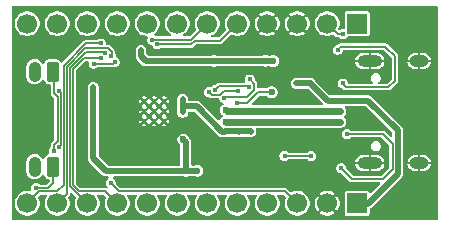
<source format=gbr>
%TF.GenerationSoftware,KiCad,Pcbnew,9.0.4*%
%TF.CreationDate,2025-09-05T06:37:09+02:00*%
%TF.ProjectId,PCB_MF_PicoMicro,5043425f-4d46-45f5-9069-636f4d696372,rev?*%
%TF.SameCoordinates,Original*%
%TF.FileFunction,Copper,L2,Bot*%
%TF.FilePolarity,Positive*%
%FSLAX46Y46*%
G04 Gerber Fmt 4.6, Leading zero omitted, Abs format (unit mm)*
G04 Created by KiCad (PCBNEW 9.0.4) date 2025-09-05 06:37:09*
%MOMM*%
%LPD*%
G01*
G04 APERTURE LIST*
G04 Aperture macros list*
%AMRoundRect*
0 Rectangle with rounded corners*
0 $1 Rounding radius*
0 $2 $3 $4 $5 $6 $7 $8 $9 X,Y pos of 4 corners*
0 Add a 4 corners polygon primitive as box body*
4,1,4,$2,$3,$4,$5,$6,$7,$8,$9,$2,$3,0*
0 Add four circle primitives for the rounded corners*
1,1,$1+$1,$2,$3*
1,1,$1+$1,$4,$5*
1,1,$1+$1,$6,$7*
1,1,$1+$1,$8,$9*
0 Add four rect primitives between the rounded corners*
20,1,$1+$1,$2,$3,$4,$5,0*
20,1,$1+$1,$4,$5,$6,$7,0*
20,1,$1+$1,$6,$7,$8,$9,0*
20,1,$1+$1,$8,$9,$2,$3,0*%
G04 Aperture macros list end*
%TA.AperFunction,ComponentPad*%
%ADD10RoundRect,0.250000X0.265000X0.615000X-0.265000X0.615000X-0.265000X-0.615000X0.265000X-0.615000X0*%
%TD*%
%TA.AperFunction,ComponentPad*%
%ADD11O,1.030000X1.730000*%
%TD*%
%TA.AperFunction,HeatsinkPad*%
%ADD12C,0.425000*%
%TD*%
%TA.AperFunction,HeatsinkPad*%
%ADD13O,2.100000X1.000000*%
%TD*%
%TA.AperFunction,HeatsinkPad*%
%ADD14O,1.600000X1.000000*%
%TD*%
%TA.AperFunction,ComponentPad*%
%ADD15R,1.700000X1.700000*%
%TD*%
%TA.AperFunction,ComponentPad*%
%ADD16C,1.700000*%
%TD*%
%TA.AperFunction,ViaPad*%
%ADD17C,0.650000*%
%TD*%
%TA.AperFunction,ViaPad*%
%ADD18C,0.450000*%
%TD*%
%TA.AperFunction,ViaPad*%
%ADD19C,0.600000*%
%TD*%
%TA.AperFunction,Conductor*%
%ADD20C,0.150000*%
%TD*%
%TA.AperFunction,Conductor*%
%ADD21C,0.500000*%
%TD*%
%TA.AperFunction,Conductor*%
%ADD22C,0.200000*%
%TD*%
%TA.AperFunction,Conductor*%
%ADD23C,0.600000*%
%TD*%
G04 APERTURE END LIST*
D10*
%TO.P,J7,1,Pin_1*%
%TO.N,RX1*%
X108900000Y-87175000D03*
D11*
%TO.P,J7,2,Pin_2*%
%TO.N,Net-(J7-Pin_2)*%
X107400000Y-87175000D03*
%TD*%
D12*
%TO.P,U1,61,GND*%
%TO.N,GND*%
X118350000Y-89697500D03*
X117500000Y-89697500D03*
X116650000Y-89697500D03*
X118350000Y-90547500D03*
X117500000Y-90547500D03*
X116650000Y-90547500D03*
X118350000Y-91397500D03*
X117500000Y-91397500D03*
X116650000Y-91397500D03*
%TD*%
D10*
%TO.P,J8,1,Pin_1*%
%TO.N,RX2*%
X108900000Y-95225000D03*
D11*
%TO.P,J8,2,Pin_2*%
%TO.N,Net-(J8-Pin_2)*%
X107400000Y-95225000D03*
%TD*%
D13*
%TO.P,J3,S1,SHIELD*%
%TO.N,GND*%
X135760000Y-94920000D03*
D14*
X139940000Y-94920000D03*
D13*
X135760000Y-86280000D03*
D14*
X139940000Y-86280000D03*
%TD*%
D15*
%TO.P,J2,1,Pin_1*%
%TO.N,VIN*%
X134690000Y-98340000D03*
D16*
%TO.P,J2,2,Pin_2*%
%TO.N,GND*%
X132150000Y-98340000D03*
%TO.P,J2,3,Pin_3*%
%TO.N,RST*%
X129610000Y-98340000D03*
%TO.P,J2,4,Pin_4*%
%TO.N,3.3V*%
X127070000Y-98340000D03*
%TO.P,J2,5,Pin_5*%
%TO.N,A3*%
X124530000Y-98340000D03*
%TO.P,J2,6,Pin_6*%
%TO.N,A2*%
X121990000Y-98340000D03*
%TO.P,J2,7,Pin_7*%
%TO.N,A1*%
X119450000Y-98340000D03*
%TO.P,J2,8,Pin_8*%
%TO.N,A0*%
X116910000Y-98340000D03*
%TO.P,J2,9,Pin_9*%
%TO.N,D15*%
X114370000Y-98340000D03*
%TO.P,J2,10,Pin_10*%
%TO.N,D14*%
X111830000Y-98340000D03*
%TO.P,J2,11,Pin_11*%
%TO.N,D13*%
X109290000Y-98340000D03*
%TO.P,J2,12,Pin_12*%
%TO.N,D10*%
X106750000Y-98340000D03*
%TD*%
D15*
%TO.P,J1,1,Pin_1*%
%TO.N,D1*%
X134690000Y-83110000D03*
D16*
%TO.P,J1,2,Pin_2*%
%TO.N,D0*%
X132150000Y-83110000D03*
%TO.P,J1,3,Pin_3*%
%TO.N,GND*%
X129610000Y-83110000D03*
%TO.P,J1,4,Pin_4*%
X127070000Y-83110000D03*
%TO.P,J1,5,Pin_5*%
%TO.N,D4*%
X124530000Y-83110000D03*
%TO.P,J1,6,Pin_6*%
%TO.N,D5*%
X121990000Y-83110000D03*
%TO.P,J1,7,Pin_7*%
%TO.N,D2*%
X119450000Y-83110000D03*
%TO.P,J1,8,Pin_8*%
%TO.N,D3*%
X116910000Y-83110000D03*
%TO.P,J1,9,Pin_9*%
%TO.N,D6*%
X114370000Y-83110000D03*
%TO.P,J1,10,Pin_10*%
%TO.N,D7*%
X111830000Y-83110000D03*
%TO.P,J1,11,Pin_11*%
%TO.N,D8*%
X109290000Y-83110000D03*
%TO.P,J1,12,Pin_12*%
%TO.N,D9*%
X106750000Y-83110000D03*
%TD*%
D17*
%TO.N,GND*%
X106000000Y-96370000D03*
D18*
X111380000Y-89500000D03*
D17*
X123160000Y-85430000D03*
X121360000Y-94480000D03*
X126910000Y-85320000D03*
D18*
X111380000Y-91470000D03*
D17*
X115420000Y-85370000D03*
X126760000Y-92470000D03*
X122290000Y-96590000D03*
D18*
X111400000Y-94040000D03*
D17*
X129730000Y-92760000D03*
X129670000Y-95480000D03*
D18*
X117950000Y-96550000D03*
D17*
X111710000Y-95780000D03*
X106100000Y-92990000D03*
X106040000Y-88670000D03*
X126430000Y-89630000D03*
D18*
X111380000Y-93050000D03*
D17*
X123648732Y-94046268D03*
X113720000Y-94200000D03*
X106060000Y-85130000D03*
X107450000Y-88650000D03*
X129530000Y-89260000D03*
D19*
%TO.N,3.3V*%
X120180000Y-95580000D03*
X126920000Y-86270000D03*
X127570000Y-86290000D03*
X121160000Y-95580000D03*
X119970000Y-92920000D03*
D18*
X116960000Y-95590000D03*
D19*
X122560000Y-86270000D03*
D18*
X112340000Y-93050000D03*
X113860000Y-95580000D03*
X112340000Y-88510000D03*
X116380000Y-85370000D03*
D19*
X127460000Y-88910000D03*
D18*
X124480000Y-89850000D03*
%TO.N,+1V1*%
X119910000Y-90640000D03*
X124590000Y-92240000D03*
X119910000Y-90060000D03*
X125730000Y-92260000D03*
X119910000Y-89500000D03*
X125170000Y-92250000D03*
%TO.N,/RP2350A/USB_D-*%
X133275000Y-91440000D03*
D19*
X123570000Y-91440000D03*
%TO.N,/RP2350A/USB_D+*%
X123570000Y-90440000D03*
D18*
X133275000Y-90540000D03*
%TO.N,/RP2350A/~{USB_BOOT}*%
X128540000Y-94310000D03*
X130790000Y-94310000D03*
%TO.N,D4*%
X117760000Y-84880000D03*
%TO.N,D0*%
X133518451Y-84007236D03*
%TO.N,D10*%
X112979017Y-84789999D03*
%TO.N,D5*%
X117350000Y-84480000D03*
%TO.N,D13*%
X113847657Y-85893343D03*
%TO.N,/RP2350A/GPIO11*%
X112370000Y-86510000D03*
X114160000Y-86360000D03*
%TO.N,/RP2350A/QSPI_SD0*%
X122115907Y-88918407D03*
X124559998Y-88840000D03*
%TO.N,D15*%
X112995000Y-85998019D03*
%TO.N,D14*%
X113377275Y-85600000D03*
%TO.N,TX1*%
X109442000Y-93530000D03*
X109430000Y-88860000D03*
%TO.N,RX1*%
X109000000Y-93900000D03*
%TO.N,RX2*%
X107502157Y-97032157D03*
%TO.N,RST*%
X113830000Y-96590000D03*
%TO.N,/RP2350A/QSPI_SCLK*%
X122670000Y-88750000D03*
X125570000Y-88460000D03*
%TO.N,/RP2350A/QSPI_SD3*%
X125580000Y-87840000D03*
X123438000Y-89410000D03*
%TO.N,VIN*%
X129510000Y-88170000D03*
X130740000Y-88180000D03*
X130140000Y-88170000D03*
%TO.N,Net-(J3-CC2)*%
X133460000Y-88180000D03*
X133050000Y-85320000D03*
%TO.N,Net-(J3-CC1)*%
X133820000Y-92475000D03*
X133340000Y-95370000D03*
%TD*%
D20*
%TO.N,GND*%
X130395686Y-83110000D02*
X129610000Y-83110000D01*
D21*
%TO.N,3.3V*%
X112350000Y-88520000D02*
X112340000Y-88510000D01*
D22*
X125370000Y-89850000D02*
X124480000Y-89850000D01*
D21*
X116970000Y-95600000D02*
X120180000Y-95600000D01*
D22*
X126310000Y-88910000D02*
X125370000Y-89850000D01*
D21*
X120180000Y-95600000D02*
X120180000Y-93140000D01*
X112340000Y-94530000D02*
X113400000Y-95590000D01*
X126990000Y-86270000D02*
X122560000Y-86270000D01*
X112340000Y-93050000D02*
X112340000Y-94530000D01*
X112340000Y-92210000D02*
X112340000Y-93050000D01*
X120180000Y-95580000D02*
X121160000Y-95580000D01*
X116770000Y-86270000D02*
X122560000Y-86270000D01*
X113400000Y-95590000D02*
X116960000Y-95590000D01*
X127570000Y-86290000D02*
X127010000Y-86290000D01*
X116380000Y-85880000D02*
X116770000Y-86270000D01*
X127010000Y-86290000D02*
X126990000Y-86270000D01*
D22*
X127460000Y-88910000D02*
X126310000Y-88910000D01*
D21*
X116380000Y-85370000D02*
X116380000Y-85880000D01*
X116960000Y-95590000D02*
X116970000Y-95600000D01*
X112350000Y-92120000D02*
X112350000Y-88520000D01*
X119970000Y-92930000D02*
X119970000Y-92920000D01*
X120180000Y-93140000D02*
X119970000Y-92930000D01*
%TO.N,+1V1*%
X125680000Y-92260000D02*
X125670000Y-92250000D01*
X119910000Y-90060000D02*
X119960000Y-90110000D01*
X121130000Y-90110000D02*
X123279346Y-92259346D01*
X119910000Y-90060000D02*
X119910000Y-90640000D01*
X125670000Y-92250000D02*
X124660000Y-92250000D01*
X123279346Y-92259346D02*
X123469346Y-92259346D01*
X119960000Y-90110000D02*
X121130000Y-90110000D01*
X124650000Y-92260000D02*
X124660000Y-92250000D01*
X123469346Y-92250000D02*
X124650000Y-92250000D01*
X119910000Y-89500000D02*
X119910000Y-90060000D01*
D23*
%TO.N,/RP2350A/USB_D-*%
X133275000Y-91440000D02*
X123570000Y-91440000D01*
%TO.N,/RP2350A/USB_D+*%
X123670000Y-90540000D02*
X123570000Y-90440000D01*
X124770364Y-90551000D02*
X124189636Y-90551000D01*
X124781364Y-90540000D02*
X124770364Y-90551000D01*
X133275000Y-90540000D02*
X124781364Y-90540000D01*
X124178636Y-90540000D02*
X123670000Y-90540000D01*
X124189636Y-90551000D02*
X124178636Y-90540000D01*
D20*
%TO.N,/RP2350A/~{USB_BOOT}*%
X128540000Y-94330000D02*
X128540000Y-94310000D01*
X128540000Y-94310000D02*
X130790000Y-94310000D01*
%TO.N,D4*%
X117760000Y-84880000D02*
X120610000Y-84880000D01*
X120610000Y-84880000D02*
X120930000Y-84560000D01*
X124430000Y-83050000D02*
X124440000Y-83060000D01*
X120930000Y-84560000D02*
X123080000Y-84560000D01*
X123080000Y-84560000D02*
X124530000Y-83110000D01*
X123875000Y-83050000D02*
X124430000Y-83050000D01*
%TO.N,D0*%
X133047236Y-84007236D02*
X132150000Y-83110000D01*
X133518451Y-84007236D02*
X133047236Y-84007236D01*
X131960000Y-83160000D02*
X132070000Y-83050000D01*
%TO.N,D10*%
X112979017Y-84789999D02*
X111720000Y-84790000D01*
X109842000Y-86668002D02*
X109842000Y-96788000D01*
X109842000Y-96788000D02*
X109316000Y-97314000D01*
X107786000Y-97314000D02*
X106750000Y-98350000D01*
X111720000Y-84790000D02*
X109842000Y-86668002D01*
X109316000Y-97314000D02*
X107786000Y-97314000D01*
%TO.N,D5*%
X120620000Y-84480000D02*
X121990000Y-83110000D01*
X117350000Y-84480000D02*
X120620000Y-84480000D01*
%TO.N,D13*%
X113891000Y-85850000D02*
X113891000Y-85509349D01*
X110093000Y-97547000D02*
X109290000Y-98350000D01*
X113581651Y-85200000D02*
X111664970Y-85200000D01*
X111664970Y-85200000D02*
X110093000Y-86771970D01*
X113847657Y-85893343D02*
X113891000Y-85850000D01*
X110093000Y-86771970D02*
X110093000Y-97547000D01*
X113891000Y-85509349D02*
X113581651Y-85200000D01*
%TO.N,/RP2350A/GPIO11*%
X114010000Y-86510000D02*
X114160000Y-86360000D01*
X112370000Y-86510000D02*
X114010000Y-86510000D01*
%TO.N,/RP2350A/QSPI_SD0*%
X122370000Y-89160000D02*
X122135907Y-88925907D01*
X124549998Y-88850000D02*
X123390000Y-88850000D01*
X124559998Y-88840000D02*
X124549998Y-88850000D01*
X122115907Y-88925907D02*
X122115907Y-88918407D01*
X123390000Y-88850000D02*
X123080000Y-89160000D01*
X123080000Y-89160000D02*
X122370000Y-89160000D01*
X122135907Y-88925907D02*
X122115907Y-88925907D01*
%TO.N,A1*%
X119340000Y-98290000D02*
X119370000Y-98290000D01*
%TO.N,D15*%
X112986981Y-85990000D02*
X111584906Y-85990000D01*
X112995000Y-85998019D02*
X112986981Y-85990000D01*
X110595000Y-86979906D02*
X110595000Y-96770032D01*
X110595000Y-96770032D02*
X111138968Y-97314000D01*
X111138968Y-97314000D02*
X113334000Y-97314000D01*
X113334000Y-97314000D02*
X114370000Y-98350000D01*
X111584906Y-85990000D02*
X110595000Y-86979906D01*
%TO.N,D14*%
X113341001Y-85526450D02*
X111693488Y-85526450D01*
X110344000Y-86875938D02*
X110344000Y-96874000D01*
X111840000Y-98340000D02*
X111830000Y-98350000D01*
X111693488Y-85526450D02*
X110344000Y-86875938D01*
X111810000Y-98340000D02*
X111840000Y-98340000D01*
X110344000Y-96874000D02*
X111810000Y-98340000D01*
X113377275Y-85600000D02*
X113377275Y-85562724D01*
X111750000Y-98290000D02*
X111758000Y-98298000D01*
X112025000Y-98015000D02*
X111750000Y-98290000D01*
X113377275Y-85562724D02*
X113341001Y-85526450D01*
%TO.N,TX1*%
X109430000Y-88860000D02*
X109591000Y-89021000D01*
X109591000Y-89021000D02*
X109591000Y-93381000D01*
X109591000Y-93381000D02*
X109442000Y-93530000D01*
%TO.N,RX1*%
X109281000Y-93129000D02*
X109340000Y-93070000D01*
X109275900Y-93129000D02*
X109281000Y-93129000D01*
X109340000Y-89337100D02*
X109029000Y-89026100D01*
X109340000Y-93070000D02*
X109340000Y-89337100D01*
X109041000Y-93369000D02*
X109041000Y-93363900D01*
X109000000Y-93900000D02*
X109020000Y-93880000D01*
X109041000Y-93363900D02*
X109275900Y-93129000D01*
X108727222Y-87175000D02*
X108900000Y-87175000D01*
X109029000Y-89026100D02*
X109029000Y-87304000D01*
X109020000Y-93880000D02*
X109020000Y-93390000D01*
X109029000Y-87304000D02*
X108900000Y-87175000D01*
X109020000Y-93390000D02*
X109041000Y-93369000D01*
%TO.N,RX2*%
X108920000Y-96650000D02*
X108920000Y-95245000D01*
X107502157Y-97032157D02*
X108537843Y-97032157D01*
X108537843Y-97032157D02*
X108920000Y-96650000D01*
X108920000Y-95245000D02*
X108900000Y-95225000D01*
%TO.N,RST*%
X113830000Y-96590000D02*
X113860000Y-96620000D01*
X113830000Y-96590000D02*
X113830000Y-96630000D01*
X113860000Y-96620000D02*
X113860000Y-96630000D01*
X114544000Y-97314000D02*
X128584000Y-97314000D01*
X128584000Y-97314000D02*
X129610000Y-98340000D01*
X113860000Y-96630000D02*
X114544000Y-97314000D01*
%TO.N,/RP2350A/QSPI_SCLK*%
X125510000Y-88400000D02*
X125570000Y-88460000D01*
X123020000Y-88400000D02*
X125510000Y-88400000D01*
X122670000Y-88750000D02*
X123020000Y-88400000D01*
%TO.N,/RP2350A/QSPI_SD3*%
X125380000Y-89370000D02*
X125971000Y-88779000D01*
X125971000Y-88231000D02*
X125580000Y-87840000D01*
X123438000Y-89410000D02*
X123478000Y-89370000D01*
X123478000Y-89370000D02*
X125380000Y-89370000D01*
X125971000Y-88779000D02*
X125971000Y-88231000D01*
D21*
%TO.N,VIN*%
X130740000Y-88180000D02*
X130740000Y-88200000D01*
X130140000Y-88170000D02*
X130730000Y-88170000D01*
X138120000Y-95830000D02*
X135600000Y-98350000D01*
X129510000Y-88170000D02*
X130140000Y-88170000D01*
X130740000Y-88200000D02*
X132180000Y-89640000D01*
X135600000Y-98350000D02*
X134690000Y-98350000D01*
X130730000Y-88170000D02*
X130740000Y-88180000D01*
X138120000Y-92140000D02*
X138120000Y-95830000D01*
X132180000Y-89640000D02*
X135620000Y-89640000D01*
X135620000Y-89640000D02*
X138120000Y-92140000D01*
D20*
%TO.N,Net-(J3-CC2)*%
X133460000Y-88200000D02*
X133760000Y-88500000D01*
X137330000Y-88500000D02*
X137880000Y-87950000D01*
X133210000Y-85160000D02*
X133050000Y-85320000D01*
X137080000Y-85060000D02*
X133270000Y-85060000D01*
X133460000Y-88180000D02*
X133460000Y-88200000D01*
X133760000Y-88500000D02*
X137330000Y-88500000D01*
X137880000Y-87950000D02*
X137880000Y-85860000D01*
X133270000Y-85060000D02*
X133210000Y-85120000D01*
X137880000Y-85860000D02*
X137080000Y-85060000D01*
%TO.N,Net-(J3-CC1)*%
X134240000Y-96270000D02*
X133340000Y-95370000D01*
X133820000Y-92475000D02*
X136875000Y-92475000D01*
X137694000Y-93294000D02*
X137694000Y-95446000D01*
X136870000Y-96270000D02*
X134240000Y-96270000D01*
X136875000Y-92475000D02*
X137694000Y-93294000D01*
X137694000Y-95446000D02*
X136870000Y-96270000D01*
%TO.N,Net-(J7-Pin_2)*%
X107385000Y-87175000D02*
X107400000Y-87175000D01*
%TD*%
%TA.AperFunction,Conductor*%
%TO.N,GND*%
G36*
X141490691Y-81639407D02*
G01*
X141526655Y-81688907D01*
X141531500Y-81719500D01*
X141531500Y-99620500D01*
X141512593Y-99678691D01*
X141463093Y-99714655D01*
X141432500Y-99719500D01*
X105531500Y-99719500D01*
X105473309Y-99700593D01*
X105437345Y-99651093D01*
X105432500Y-99620500D01*
X105432500Y-98236532D01*
X105699500Y-98236532D01*
X105699500Y-98443467D01*
X105739869Y-98646418D01*
X105819058Y-98837597D01*
X105819059Y-98837598D01*
X105934023Y-99009655D01*
X106080345Y-99155977D01*
X106252402Y-99270941D01*
X106443580Y-99350130D01*
X106646535Y-99390500D01*
X106646536Y-99390500D01*
X106853464Y-99390500D01*
X106853465Y-99390500D01*
X107056420Y-99350130D01*
X107247598Y-99270941D01*
X107419655Y-99155977D01*
X107565977Y-99009655D01*
X107680941Y-98837598D01*
X107760130Y-98646420D01*
X107800500Y-98443465D01*
X107800500Y-98236535D01*
X107760130Y-98033580D01*
X107696375Y-97879664D01*
X107691575Y-97818669D01*
X107717836Y-97771778D01*
X107871120Y-97618496D01*
X107925637Y-97590719D01*
X107941123Y-97589500D01*
X108342826Y-97589500D01*
X108401017Y-97608407D01*
X108436981Y-97657907D01*
X108436981Y-97719093D01*
X108425142Y-97743501D01*
X108359058Y-97842402D01*
X108279869Y-98033581D01*
X108239500Y-98236532D01*
X108239500Y-98443467D01*
X108279869Y-98646418D01*
X108359058Y-98837597D01*
X108359059Y-98837598D01*
X108474023Y-99009655D01*
X108620345Y-99155977D01*
X108792402Y-99270941D01*
X108983580Y-99350130D01*
X109186535Y-99390500D01*
X109186536Y-99390500D01*
X109393464Y-99390500D01*
X109393465Y-99390500D01*
X109596420Y-99350130D01*
X109787598Y-99270941D01*
X109959655Y-99155977D01*
X110105977Y-99009655D01*
X110220941Y-98837598D01*
X110300130Y-98646420D01*
X110340500Y-98443465D01*
X110340500Y-98236535D01*
X110300130Y-98033580D01*
X110239306Y-97886738D01*
X110236377Y-97879666D01*
X110234755Y-97859064D01*
X110228873Y-97839249D01*
X110232525Y-97830739D01*
X110231576Y-97818670D01*
X110249263Y-97781561D01*
X110253227Y-97776388D01*
X110326557Y-97703059D01*
X110341733Y-97666420D01*
X110368500Y-97601800D01*
X110368500Y-97527123D01*
X110387407Y-97468932D01*
X110436907Y-97432968D01*
X110498093Y-97432968D01*
X110537504Y-97457120D01*
X110859233Y-97778850D01*
X110887010Y-97833366D01*
X110880693Y-97886738D01*
X110819870Y-98033578D01*
X110819870Y-98033580D01*
X110779500Y-98236532D01*
X110779500Y-98443467D01*
X110819869Y-98646418D01*
X110899058Y-98837597D01*
X110899059Y-98837598D01*
X111014023Y-99009655D01*
X111160345Y-99155977D01*
X111332402Y-99270941D01*
X111523580Y-99350130D01*
X111726535Y-99390500D01*
X111726536Y-99390500D01*
X111933464Y-99390500D01*
X111933465Y-99390500D01*
X112136420Y-99350130D01*
X112327598Y-99270941D01*
X112499655Y-99155977D01*
X112645977Y-99009655D01*
X112760941Y-98837598D01*
X112840130Y-98646420D01*
X112880500Y-98443465D01*
X112880500Y-98236535D01*
X112840130Y-98033580D01*
X112760941Y-97842402D01*
X112694858Y-97743501D01*
X112678250Y-97684613D01*
X112699428Y-97627209D01*
X112750302Y-97593217D01*
X112777174Y-97589500D01*
X113178877Y-97589500D01*
X113237068Y-97608407D01*
X113248881Y-97618496D01*
X113402163Y-97771778D01*
X113429940Y-97826295D01*
X113423623Y-97879668D01*
X113359869Y-98033581D01*
X113319500Y-98236532D01*
X113319500Y-98443467D01*
X113359869Y-98646418D01*
X113439058Y-98837597D01*
X113439059Y-98837598D01*
X113554023Y-99009655D01*
X113700345Y-99155977D01*
X113872402Y-99270941D01*
X114063580Y-99350130D01*
X114266535Y-99390500D01*
X114266536Y-99390500D01*
X114473464Y-99390500D01*
X114473465Y-99390500D01*
X114676420Y-99350130D01*
X114867598Y-99270941D01*
X115039655Y-99155977D01*
X115185977Y-99009655D01*
X115300941Y-98837598D01*
X115380130Y-98646420D01*
X115420500Y-98443465D01*
X115420500Y-98236535D01*
X115380130Y-98033580D01*
X115300941Y-97842402D01*
X115234858Y-97743501D01*
X115218250Y-97684613D01*
X115239428Y-97627209D01*
X115290302Y-97593217D01*
X115317174Y-97589500D01*
X115962826Y-97589500D01*
X116021017Y-97608407D01*
X116056981Y-97657907D01*
X116056981Y-97719093D01*
X116045142Y-97743501D01*
X115979058Y-97842402D01*
X115899869Y-98033581D01*
X115859500Y-98236532D01*
X115859500Y-98443467D01*
X115899869Y-98646418D01*
X115979058Y-98837597D01*
X115979059Y-98837598D01*
X116094023Y-99009655D01*
X116240345Y-99155977D01*
X116412402Y-99270941D01*
X116603580Y-99350130D01*
X116806535Y-99390500D01*
X116806536Y-99390500D01*
X117013464Y-99390500D01*
X117013465Y-99390500D01*
X117216420Y-99350130D01*
X117407598Y-99270941D01*
X117579655Y-99155977D01*
X117725977Y-99009655D01*
X117840941Y-98837598D01*
X117920130Y-98646420D01*
X117960500Y-98443465D01*
X117960500Y-98236535D01*
X117920130Y-98033580D01*
X117840941Y-97842402D01*
X117774858Y-97743501D01*
X117758250Y-97684613D01*
X117779428Y-97627209D01*
X117830302Y-97593217D01*
X117857174Y-97589500D01*
X118502826Y-97589500D01*
X118561017Y-97608407D01*
X118596981Y-97657907D01*
X118596981Y-97719093D01*
X118585142Y-97743501D01*
X118519058Y-97842402D01*
X118439869Y-98033581D01*
X118399500Y-98236532D01*
X118399500Y-98443467D01*
X118439869Y-98646418D01*
X118519058Y-98837597D01*
X118519059Y-98837598D01*
X118634023Y-99009655D01*
X118780345Y-99155977D01*
X118952402Y-99270941D01*
X119143580Y-99350130D01*
X119346535Y-99390500D01*
X119346536Y-99390500D01*
X119553464Y-99390500D01*
X119553465Y-99390500D01*
X119756420Y-99350130D01*
X119947598Y-99270941D01*
X120119655Y-99155977D01*
X120265977Y-99009655D01*
X120380941Y-98837598D01*
X120460130Y-98646420D01*
X120500500Y-98443465D01*
X120500500Y-98236535D01*
X120460130Y-98033580D01*
X120380941Y-97842402D01*
X120314858Y-97743501D01*
X120298250Y-97684613D01*
X120319428Y-97627209D01*
X120370302Y-97593217D01*
X120397174Y-97589500D01*
X121042826Y-97589500D01*
X121101017Y-97608407D01*
X121136981Y-97657907D01*
X121136981Y-97719093D01*
X121125142Y-97743501D01*
X121059058Y-97842402D01*
X120979869Y-98033581D01*
X120939500Y-98236532D01*
X120939500Y-98443467D01*
X120979869Y-98646418D01*
X121059058Y-98837597D01*
X121059059Y-98837598D01*
X121174023Y-99009655D01*
X121320345Y-99155977D01*
X121492402Y-99270941D01*
X121683580Y-99350130D01*
X121886535Y-99390500D01*
X121886536Y-99390500D01*
X122093464Y-99390500D01*
X122093465Y-99390500D01*
X122296420Y-99350130D01*
X122487598Y-99270941D01*
X122659655Y-99155977D01*
X122805977Y-99009655D01*
X122920941Y-98837598D01*
X123000130Y-98646420D01*
X123040500Y-98443465D01*
X123040500Y-98236535D01*
X123000130Y-98033580D01*
X122920941Y-97842402D01*
X122854858Y-97743501D01*
X122838250Y-97684613D01*
X122859428Y-97627209D01*
X122910302Y-97593217D01*
X122937174Y-97589500D01*
X123582826Y-97589500D01*
X123641017Y-97608407D01*
X123676981Y-97657907D01*
X123676981Y-97719093D01*
X123665142Y-97743501D01*
X123599058Y-97842402D01*
X123519869Y-98033581D01*
X123479500Y-98236532D01*
X123479500Y-98443467D01*
X123519869Y-98646418D01*
X123599058Y-98837597D01*
X123599059Y-98837598D01*
X123714023Y-99009655D01*
X123860345Y-99155977D01*
X124032402Y-99270941D01*
X124223580Y-99350130D01*
X124426535Y-99390500D01*
X124426536Y-99390500D01*
X124633464Y-99390500D01*
X124633465Y-99390500D01*
X124836420Y-99350130D01*
X125027598Y-99270941D01*
X125199655Y-99155977D01*
X125345977Y-99009655D01*
X125460941Y-98837598D01*
X125540130Y-98646420D01*
X125580500Y-98443465D01*
X125580500Y-98236535D01*
X125540130Y-98033580D01*
X125460941Y-97842402D01*
X125394858Y-97743501D01*
X125378250Y-97684613D01*
X125399428Y-97627209D01*
X125450302Y-97593217D01*
X125477174Y-97589500D01*
X126122826Y-97589500D01*
X126181017Y-97608407D01*
X126216981Y-97657907D01*
X126216981Y-97719093D01*
X126205142Y-97743501D01*
X126139058Y-97842402D01*
X126059869Y-98033581D01*
X126019500Y-98236532D01*
X126019500Y-98443467D01*
X126059869Y-98646418D01*
X126139058Y-98837597D01*
X126139059Y-98837598D01*
X126254023Y-99009655D01*
X126400345Y-99155977D01*
X126572402Y-99270941D01*
X126763580Y-99350130D01*
X126966535Y-99390500D01*
X126966536Y-99390500D01*
X127173464Y-99390500D01*
X127173465Y-99390500D01*
X127376420Y-99350130D01*
X127567598Y-99270941D01*
X127739655Y-99155977D01*
X127885977Y-99009655D01*
X128000941Y-98837598D01*
X128080130Y-98646420D01*
X128120500Y-98443465D01*
X128120500Y-98236535D01*
X128080130Y-98033580D01*
X128000941Y-97842402D01*
X127934858Y-97743501D01*
X127918250Y-97684613D01*
X127939428Y-97627209D01*
X127990302Y-97593217D01*
X128017174Y-97589500D01*
X128428878Y-97589500D01*
X128487069Y-97608407D01*
X128498882Y-97618497D01*
X128645091Y-97764707D01*
X128672868Y-97819223D01*
X128666551Y-97872595D01*
X128599870Y-98033578D01*
X128599870Y-98033580D01*
X128559500Y-98236532D01*
X128559500Y-98443467D01*
X128599869Y-98646418D01*
X128679058Y-98837597D01*
X128679059Y-98837598D01*
X128794023Y-99009655D01*
X128940345Y-99155977D01*
X129112402Y-99270941D01*
X129303580Y-99350130D01*
X129506535Y-99390500D01*
X129506536Y-99390500D01*
X129713464Y-99390500D01*
X129713465Y-99390500D01*
X129916420Y-99350130D01*
X130107598Y-99270941D01*
X130279655Y-99155977D01*
X130425977Y-99009655D01*
X130540941Y-98837598D01*
X130620130Y-98646420D01*
X130660500Y-98443465D01*
X130660500Y-98236581D01*
X131100000Y-98236581D01*
X131100000Y-98443418D01*
X131140349Y-98646272D01*
X131219501Y-98837360D01*
X131219508Y-98837374D01*
X131334405Y-99009329D01*
X131336826Y-99011750D01*
X131732210Y-98616365D01*
X131749901Y-98647007D01*
X131842993Y-98740099D01*
X131873632Y-98757788D01*
X131478249Y-99153173D01*
X131480670Y-99155594D01*
X131652625Y-99270491D01*
X131652639Y-99270498D01*
X131843727Y-99349650D01*
X132046581Y-99389999D01*
X132046586Y-99390000D01*
X132253414Y-99390000D01*
X132253418Y-99389999D01*
X132456272Y-99349650D01*
X132647360Y-99270498D01*
X132647366Y-99270495D01*
X132819333Y-99155591D01*
X132821750Y-99153173D01*
X132426366Y-98757789D01*
X132457007Y-98740099D01*
X132550099Y-98647007D01*
X132567789Y-98616366D01*
X132963173Y-99011750D01*
X132965591Y-99009333D01*
X133080495Y-98837366D01*
X133080498Y-98837360D01*
X133159650Y-98646272D01*
X133199999Y-98443418D01*
X133200000Y-98443413D01*
X133200000Y-98236586D01*
X133199999Y-98236581D01*
X133159650Y-98033727D01*
X133080498Y-97842639D01*
X133080491Y-97842625D01*
X132965594Y-97670670D01*
X132963173Y-97668249D01*
X132567788Y-98063632D01*
X132550099Y-98032993D01*
X132457007Y-97939901D01*
X132426365Y-97922210D01*
X132821750Y-97526826D01*
X132819329Y-97524405D01*
X132647374Y-97409508D01*
X132647360Y-97409501D01*
X132456272Y-97330349D01*
X132253418Y-97290000D01*
X132046581Y-97290000D01*
X131843727Y-97330349D01*
X131652639Y-97409501D01*
X131652630Y-97409505D01*
X131480665Y-97524410D01*
X131478248Y-97526825D01*
X131873633Y-97922210D01*
X131842993Y-97939901D01*
X131749901Y-98032993D01*
X131732210Y-98063633D01*
X131336825Y-97668248D01*
X131334410Y-97670665D01*
X131219505Y-97842630D01*
X131219501Y-97842639D01*
X131140349Y-98033727D01*
X131100000Y-98236581D01*
X130660500Y-98236581D01*
X130660500Y-98236535D01*
X130620130Y-98033580D01*
X130540941Y-97842402D01*
X130425977Y-97670345D01*
X130279655Y-97524023D01*
X130199182Y-97470253D01*
X130107597Y-97409058D01*
X129916418Y-97329869D01*
X129713467Y-97289500D01*
X129713465Y-97289500D01*
X129506535Y-97289500D01*
X129506532Y-97289500D01*
X129303580Y-97329870D01*
X129303578Y-97329870D01*
X129142595Y-97396551D01*
X129081598Y-97401351D01*
X129034707Y-97375091D01*
X128740058Y-97080443D01*
X128740055Y-97080441D01*
X128734888Y-97078300D01*
X128734888Y-97078301D01*
X128670544Y-97051649D01*
X128638800Y-97038500D01*
X128638799Y-97038500D01*
X114699124Y-97038500D01*
X114640933Y-97019593D01*
X114629120Y-97009504D01*
X114284496Y-96664880D01*
X114256719Y-96610363D01*
X114255500Y-96594876D01*
X114255500Y-96533983D01*
X114249744Y-96512501D01*
X114226503Y-96425763D01*
X114226501Y-96425760D01*
X114226501Y-96425758D01*
X114170486Y-96328739D01*
X114170485Y-96328737D01*
X114091263Y-96249515D01*
X114079620Y-96242793D01*
X114049211Y-96225236D01*
X114008270Y-96179767D01*
X114001874Y-96118917D01*
X114032467Y-96065929D01*
X114088363Y-96041042D01*
X114098711Y-96040500D01*
X116860336Y-96040500D01*
X116885959Y-96043873D01*
X116910691Y-96050500D01*
X119989111Y-96050500D01*
X120014732Y-96053872D01*
X120114108Y-96080500D01*
X120114110Y-96080500D01*
X120245890Y-96080500D01*
X120245892Y-96080500D01*
X120373186Y-96046392D01*
X120377741Y-96043761D01*
X120427239Y-96030500D01*
X120912761Y-96030500D01*
X120962258Y-96043761D01*
X120966814Y-96046392D01*
X121094108Y-96080500D01*
X121094110Y-96080500D01*
X121225890Y-96080500D01*
X121225892Y-96080500D01*
X121353186Y-96046392D01*
X121353188Y-96046390D01*
X121353190Y-96046390D01*
X121467309Y-95980503D01*
X121467309Y-95980502D01*
X121467314Y-95980500D01*
X121560500Y-95887314D01*
X121613509Y-95795500D01*
X121626390Y-95773190D01*
X121626390Y-95773188D01*
X121626392Y-95773186D01*
X121660500Y-95645892D01*
X121660500Y-95514108D01*
X121626392Y-95386814D01*
X121626390Y-95386811D01*
X121626390Y-95386809D01*
X121560503Y-95272690D01*
X121560501Y-95272688D01*
X121560500Y-95272686D01*
X121467314Y-95179500D01*
X121467311Y-95179498D01*
X121467309Y-95179496D01*
X121353189Y-95113609D01*
X121353191Y-95113609D01*
X121303799Y-95100375D01*
X121225892Y-95079500D01*
X121094108Y-95079500D01*
X121009245Y-95102238D01*
X120966813Y-95113608D01*
X120962259Y-95116238D01*
X120912761Y-95129500D01*
X120729500Y-95129500D01*
X120671309Y-95110593D01*
X120635345Y-95061093D01*
X120630500Y-95030500D01*
X120630500Y-94820000D01*
X134516177Y-94820000D01*
X134926212Y-94820000D01*
X134910000Y-94880504D01*
X134910000Y-94959496D01*
X134926212Y-95020000D01*
X134516178Y-95020000D01*
X134536901Y-95124181D01*
X134536901Y-95124183D01*
X134589666Y-95251571D01*
X134666271Y-95366220D01*
X134763779Y-95463728D01*
X134878428Y-95540333D01*
X135005816Y-95593098D01*
X135141055Y-95619999D01*
X135141057Y-95620000D01*
X135659999Y-95620000D01*
X135660000Y-95619999D01*
X135660000Y-95220000D01*
X135860000Y-95220000D01*
X135860000Y-95619999D01*
X135860001Y-95620000D01*
X136378943Y-95620000D01*
X136378944Y-95619999D01*
X136514183Y-95593098D01*
X136641571Y-95540333D01*
X136756220Y-95463728D01*
X136853728Y-95366220D01*
X136930333Y-95251571D01*
X136983098Y-95124183D01*
X136983098Y-95124181D01*
X137003822Y-95020000D01*
X136593788Y-95020000D01*
X136610000Y-94959496D01*
X136610000Y-94880504D01*
X136593788Y-94820000D01*
X137003822Y-94820000D01*
X136983098Y-94715818D01*
X136983098Y-94715816D01*
X136930333Y-94588428D01*
X136853728Y-94473779D01*
X136756220Y-94376271D01*
X136641571Y-94299666D01*
X136514183Y-94246901D01*
X136378944Y-94220000D01*
X135860001Y-94220000D01*
X135860000Y-94220001D01*
X135860000Y-94620000D01*
X135660000Y-94620000D01*
X135660000Y-94220001D01*
X135659999Y-94220000D01*
X135141055Y-94220000D01*
X135005816Y-94246901D01*
X134878428Y-94299666D01*
X134763779Y-94376271D01*
X134666271Y-94473779D01*
X134589666Y-94588428D01*
X134536901Y-94715816D01*
X134536901Y-94715818D01*
X134516177Y-94820000D01*
X120630500Y-94820000D01*
X120630500Y-94253982D01*
X128114500Y-94253982D01*
X128114500Y-94366018D01*
X128128668Y-94418895D01*
X128143498Y-94474241D01*
X128199513Y-94571260D01*
X128199515Y-94571263D01*
X128278737Y-94650485D01*
X128278739Y-94650486D01*
X128375759Y-94706501D01*
X128375757Y-94706501D01*
X128375761Y-94706502D01*
X128375763Y-94706503D01*
X128483982Y-94735500D01*
X128483984Y-94735500D01*
X128596016Y-94735500D01*
X128596018Y-94735500D01*
X128704237Y-94706503D01*
X128704239Y-94706501D01*
X128704241Y-94706501D01*
X128750245Y-94679940D01*
X128801263Y-94650485D01*
X128819257Y-94632490D01*
X128837253Y-94614496D01*
X128891770Y-94586719D01*
X128907256Y-94585500D01*
X130422744Y-94585500D01*
X130480935Y-94604407D01*
X130492747Y-94614496D01*
X130528737Y-94650485D01*
X130625759Y-94706501D01*
X130625757Y-94706501D01*
X130625761Y-94706502D01*
X130625763Y-94706503D01*
X130733982Y-94735500D01*
X130733984Y-94735500D01*
X130846016Y-94735500D01*
X130846018Y-94735500D01*
X130954237Y-94706503D01*
X130954239Y-94706501D01*
X130954241Y-94706501D01*
X131000245Y-94679940D01*
X131051263Y-94650485D01*
X131130485Y-94571263D01*
X131186503Y-94474237D01*
X131215500Y-94366018D01*
X131215500Y-94253982D01*
X131186503Y-94145763D01*
X131186501Y-94145760D01*
X131186501Y-94145758D01*
X131130486Y-94048739D01*
X131130485Y-94048737D01*
X131051263Y-93969515D01*
X131027886Y-93956018D01*
X130954240Y-93913498D01*
X130954242Y-93913498D01*
X130912251Y-93902247D01*
X130846018Y-93884500D01*
X130733982Y-93884500D01*
X130667748Y-93902247D01*
X130625758Y-93913498D01*
X130528737Y-93969514D01*
X130492747Y-94005504D01*
X130438230Y-94033281D01*
X130422744Y-94034500D01*
X128907256Y-94034500D01*
X128849065Y-94015593D01*
X128837253Y-94005504D01*
X128801262Y-93969514D01*
X128704240Y-93913498D01*
X128704242Y-93913498D01*
X128662251Y-93902247D01*
X128596018Y-93884500D01*
X128483982Y-93884500D01*
X128417748Y-93902247D01*
X128375758Y-93913498D01*
X128278739Y-93969513D01*
X128199513Y-94048739D01*
X128143498Y-94145758D01*
X128143497Y-94145763D01*
X128114500Y-94253982D01*
X120630500Y-94253982D01*
X120630500Y-93433982D01*
X135834500Y-93433982D01*
X135834500Y-93546018D01*
X135841177Y-93570936D01*
X135863498Y-93654241D01*
X135910563Y-93735758D01*
X135919515Y-93751263D01*
X135998737Y-93830485D01*
X136022116Y-93843983D01*
X136095759Y-93886501D01*
X136095757Y-93886501D01*
X136095761Y-93886502D01*
X136095763Y-93886503D01*
X136203982Y-93915500D01*
X136203984Y-93915500D01*
X136316016Y-93915500D01*
X136316018Y-93915500D01*
X136424237Y-93886503D01*
X136424239Y-93886501D01*
X136424241Y-93886501D01*
X136453064Y-93869859D01*
X136521263Y-93830485D01*
X136600485Y-93751263D01*
X136656503Y-93654237D01*
X136685500Y-93546018D01*
X136685500Y-93433982D01*
X136656503Y-93325763D01*
X136656501Y-93325760D01*
X136656501Y-93325758D01*
X136603488Y-93233938D01*
X136600485Y-93228737D01*
X136521263Y-93149515D01*
X136521260Y-93149513D01*
X136424240Y-93093498D01*
X136424242Y-93093498D01*
X136376444Y-93080691D01*
X136316018Y-93064500D01*
X136203982Y-93064500D01*
X136143556Y-93080691D01*
X136095758Y-93093498D01*
X135998739Y-93149513D01*
X135919513Y-93228739D01*
X135863498Y-93325758D01*
X135863497Y-93325763D01*
X135834500Y-93433982D01*
X120630500Y-93433982D01*
X120630500Y-93080692D01*
X120626161Y-93064500D01*
X120599799Y-92966114D01*
X120599799Y-92966113D01*
X120540490Y-92863386D01*
X120531212Y-92854108D01*
X120467034Y-92789929D01*
X120441412Y-92745550D01*
X120436392Y-92726814D01*
X120436390Y-92726811D01*
X120436390Y-92726809D01*
X120370503Y-92612690D01*
X120370501Y-92612688D01*
X120370500Y-92612686D01*
X120277314Y-92519500D01*
X120277311Y-92519498D01*
X120277309Y-92519496D01*
X120163189Y-92453609D01*
X120163191Y-92453609D01*
X120113799Y-92440375D01*
X120035892Y-92419500D01*
X119904108Y-92419500D01*
X119826200Y-92440375D01*
X119776809Y-92453609D01*
X119662690Y-92519496D01*
X119569496Y-92612690D01*
X119503609Y-92726809D01*
X119503608Y-92726814D01*
X119469500Y-92854108D01*
X119469500Y-92985892D01*
X119470786Y-92990691D01*
X119503609Y-93113190D01*
X119569496Y-93227309D01*
X119569498Y-93227311D01*
X119569500Y-93227314D01*
X119662686Y-93320500D01*
X119680000Y-93330496D01*
X119720941Y-93375964D01*
X119729500Y-93416232D01*
X119729500Y-95050500D01*
X119710593Y-95108691D01*
X119661093Y-95144655D01*
X119630500Y-95149500D01*
X117069664Y-95149500D01*
X117044041Y-95146127D01*
X117038547Y-95144655D01*
X117019309Y-95139500D01*
X117019308Y-95139500D01*
X113627611Y-95139500D01*
X113569420Y-95120593D01*
X113557607Y-95110504D01*
X112819496Y-94372393D01*
X112791719Y-94317876D01*
X112790500Y-94302389D01*
X112790500Y-92229663D01*
X112793873Y-92204040D01*
X112800500Y-92179309D01*
X112800500Y-91751233D01*
X116437686Y-91751233D01*
X116490783Y-91781888D01*
X116490784Y-91781889D01*
X116595690Y-91809999D01*
X116595692Y-91810000D01*
X116704308Y-91810000D01*
X116704309Y-91809999D01*
X116809218Y-91781888D01*
X116809222Y-91781886D01*
X116862312Y-91751234D01*
X116862311Y-91751233D01*
X117287686Y-91751233D01*
X117340783Y-91781888D01*
X117340784Y-91781889D01*
X117445690Y-91809999D01*
X117445692Y-91810000D01*
X117554308Y-91810000D01*
X117554309Y-91809999D01*
X117659218Y-91781888D01*
X117659222Y-91781886D01*
X117712312Y-91751234D01*
X117712311Y-91751233D01*
X118137686Y-91751233D01*
X118190783Y-91781888D01*
X118190784Y-91781889D01*
X118295690Y-91809999D01*
X118295692Y-91810000D01*
X118404308Y-91810000D01*
X118404309Y-91809999D01*
X118509218Y-91781888D01*
X118509222Y-91781886D01*
X118562312Y-91751234D01*
X118349999Y-91538921D01*
X118137686Y-91751233D01*
X117712311Y-91751233D01*
X117499999Y-91538921D01*
X117287686Y-91751233D01*
X116862311Y-91751233D01*
X116649999Y-91538921D01*
X116437686Y-91751233D01*
X112800500Y-91751233D01*
X112800500Y-91343190D01*
X116237500Y-91343190D01*
X116237500Y-91451809D01*
X116265610Y-91556715D01*
X116265612Y-91556720D01*
X116296264Y-91609812D01*
X116508578Y-91397499D01*
X116487444Y-91376365D01*
X116543750Y-91376365D01*
X116543750Y-91418635D01*
X116559925Y-91457686D01*
X116589814Y-91487575D01*
X116628865Y-91503750D01*
X116671135Y-91503750D01*
X116710186Y-91487575D01*
X116740075Y-91457686D01*
X116756250Y-91418635D01*
X116756250Y-91397499D01*
X116791421Y-91397499D01*
X116997654Y-91603732D01*
X117047419Y-91589297D01*
X117071560Y-91590065D01*
X117095579Y-91587541D01*
X117101610Y-91591023D01*
X117108574Y-91591245D01*
X117127656Y-91606059D01*
X117130581Y-91607748D01*
X117146264Y-91609812D01*
X117358578Y-91397499D01*
X117337444Y-91376365D01*
X117393750Y-91376365D01*
X117393750Y-91418635D01*
X117409925Y-91457686D01*
X117439814Y-91487575D01*
X117478865Y-91503750D01*
X117521135Y-91503750D01*
X117560186Y-91487575D01*
X117590075Y-91457686D01*
X117606250Y-91418635D01*
X117606250Y-91397499D01*
X117641421Y-91397499D01*
X117847654Y-91603732D01*
X117897419Y-91589297D01*
X117921560Y-91590065D01*
X117945579Y-91587541D01*
X117951610Y-91591023D01*
X117958574Y-91591245D01*
X117977656Y-91606059D01*
X117980581Y-91607748D01*
X117996264Y-91609812D01*
X118208578Y-91397499D01*
X118187444Y-91376365D01*
X118243750Y-91376365D01*
X118243750Y-91418635D01*
X118259925Y-91457686D01*
X118289814Y-91487575D01*
X118328865Y-91503750D01*
X118371135Y-91503750D01*
X118410186Y-91487575D01*
X118440075Y-91457686D01*
X118456250Y-91418635D01*
X118456250Y-91397499D01*
X118491421Y-91397499D01*
X118703734Y-91609812D01*
X118734386Y-91556722D01*
X118734388Y-91556718D01*
X118762499Y-91451809D01*
X118762500Y-91451807D01*
X118762500Y-91343192D01*
X118762499Y-91343190D01*
X118734389Y-91238284D01*
X118734388Y-91238283D01*
X118703733Y-91185186D01*
X118491421Y-91397499D01*
X118456250Y-91397499D01*
X118456250Y-91376365D01*
X118440075Y-91337314D01*
X118410186Y-91307425D01*
X118371135Y-91291250D01*
X118328865Y-91291250D01*
X118289814Y-91307425D01*
X118259925Y-91337314D01*
X118243750Y-91376365D01*
X118187444Y-91376365D01*
X117996264Y-91185186D01*
X117980608Y-91187247D01*
X117965266Y-91201062D01*
X117904416Y-91207458D01*
X117866490Y-91186865D01*
X117853733Y-91185186D01*
X117641421Y-91397499D01*
X117606250Y-91397499D01*
X117606250Y-91376365D01*
X117590075Y-91337314D01*
X117560186Y-91307425D01*
X117521135Y-91291250D01*
X117478865Y-91291250D01*
X117439814Y-91307425D01*
X117409925Y-91337314D01*
X117393750Y-91376365D01*
X117337444Y-91376365D01*
X117146264Y-91185186D01*
X117130608Y-91187247D01*
X117115266Y-91201062D01*
X117054416Y-91207458D01*
X117016490Y-91186865D01*
X117003733Y-91185186D01*
X116791421Y-91397499D01*
X116756250Y-91397499D01*
X116756250Y-91376365D01*
X116740075Y-91337314D01*
X116710186Y-91307425D01*
X116671135Y-91291250D01*
X116628865Y-91291250D01*
X116589814Y-91307425D01*
X116559925Y-91337314D01*
X116543750Y-91376365D01*
X116487444Y-91376365D01*
X116296265Y-91185186D01*
X116265610Y-91238285D01*
X116237500Y-91343190D01*
X112800500Y-91343190D01*
X112800500Y-91043764D01*
X116437686Y-91043764D01*
X116649999Y-91256077D01*
X116862312Y-91043764D01*
X117287686Y-91043764D01*
X117499999Y-91256077D01*
X117712312Y-91043764D01*
X118137686Y-91043764D01*
X118349999Y-91256077D01*
X118562312Y-91043764D01*
X118560251Y-91028108D01*
X118546437Y-91012766D01*
X118540041Y-90951916D01*
X118560248Y-90916915D01*
X118562313Y-90901235D01*
X118349999Y-90688921D01*
X118144134Y-90894784D01*
X118158438Y-90945746D01*
X118157476Y-90969469D01*
X118159958Y-90993082D01*
X118156258Y-90999489D01*
X118155959Y-91006881D01*
X118141236Y-91025508D01*
X118139750Y-91028081D01*
X118137686Y-91043764D01*
X117712312Y-91043764D01*
X117710499Y-91029991D01*
X117708613Y-91026289D01*
X117696437Y-91012766D01*
X117695063Y-90999695D01*
X117689097Y-90987986D01*
X117691943Y-90970015D01*
X117690041Y-90951916D01*
X117696613Y-90940532D01*
X117698669Y-90927554D01*
X117710391Y-90915831D01*
X117712313Y-90901235D01*
X117499999Y-90688921D01*
X117294134Y-90894784D01*
X117308438Y-90945746D01*
X117307476Y-90969469D01*
X117309958Y-90993082D01*
X117306258Y-90999489D01*
X117305959Y-91006881D01*
X117291236Y-91025508D01*
X117289750Y-91028081D01*
X117287686Y-91043764D01*
X116862312Y-91043764D01*
X116860499Y-91029991D01*
X116858613Y-91026289D01*
X116846437Y-91012766D01*
X116845063Y-90999695D01*
X116839097Y-90987986D01*
X116841943Y-90970015D01*
X116840041Y-90951916D01*
X116846613Y-90940532D01*
X116848669Y-90927554D01*
X116860391Y-90915831D01*
X116862313Y-90901235D01*
X116649999Y-90688921D01*
X116444134Y-90894784D01*
X116458438Y-90945746D01*
X116457476Y-90969469D01*
X116459958Y-90993082D01*
X116456258Y-90999489D01*
X116455959Y-91006881D01*
X116441236Y-91025508D01*
X116439750Y-91028081D01*
X116437686Y-91043764D01*
X112800500Y-91043764D01*
X112800500Y-90493190D01*
X116237500Y-90493190D01*
X116237500Y-90601809D01*
X116265610Y-90706715D01*
X116265612Y-90706720D01*
X116296264Y-90759812D01*
X116508578Y-90547499D01*
X116487444Y-90526365D01*
X116543750Y-90526365D01*
X116543750Y-90568635D01*
X116559925Y-90607686D01*
X116589814Y-90637575D01*
X116628865Y-90653750D01*
X116671135Y-90653750D01*
X116710186Y-90637575D01*
X116740075Y-90607686D01*
X116756250Y-90568635D01*
X116756250Y-90547499D01*
X116791421Y-90547499D01*
X117003735Y-90759813D01*
X117019387Y-90757752D01*
X117034729Y-90743938D01*
X117095579Y-90737541D01*
X117130581Y-90757748D01*
X117146264Y-90759812D01*
X117358578Y-90547499D01*
X117337444Y-90526365D01*
X117393750Y-90526365D01*
X117393750Y-90568635D01*
X117409925Y-90607686D01*
X117439814Y-90637575D01*
X117478865Y-90653750D01*
X117521135Y-90653750D01*
X117560186Y-90637575D01*
X117590075Y-90607686D01*
X117606250Y-90568635D01*
X117606250Y-90547499D01*
X117641421Y-90547499D01*
X117853735Y-90759813D01*
X117869387Y-90757752D01*
X117884729Y-90743938D01*
X117945579Y-90737541D01*
X117980581Y-90757748D01*
X117996264Y-90759812D01*
X118208578Y-90547499D01*
X118187444Y-90526365D01*
X118243750Y-90526365D01*
X118243750Y-90568635D01*
X118259925Y-90607686D01*
X118289814Y-90637575D01*
X118328865Y-90653750D01*
X118371135Y-90653750D01*
X118410186Y-90637575D01*
X118440075Y-90607686D01*
X118456250Y-90568635D01*
X118456250Y-90547499D01*
X118491421Y-90547499D01*
X118703734Y-90759812D01*
X118734386Y-90706722D01*
X118734388Y-90706718D01*
X118762499Y-90601809D01*
X118762500Y-90601807D01*
X118762500Y-90493192D01*
X118762499Y-90493190D01*
X118734389Y-90388284D01*
X118734388Y-90388283D01*
X118703733Y-90335186D01*
X118491421Y-90547499D01*
X118456250Y-90547499D01*
X118456250Y-90526365D01*
X118440075Y-90487314D01*
X118410186Y-90457425D01*
X118371135Y-90441250D01*
X118328865Y-90441250D01*
X118289814Y-90457425D01*
X118259925Y-90487314D01*
X118243750Y-90526365D01*
X118187444Y-90526365D01*
X117996264Y-90335186D01*
X117980608Y-90337247D01*
X117965266Y-90351062D01*
X117904416Y-90357458D01*
X117866490Y-90336865D01*
X117853733Y-90335186D01*
X117641421Y-90547499D01*
X117606250Y-90547499D01*
X117606250Y-90526365D01*
X117590075Y-90487314D01*
X117560186Y-90457425D01*
X117521135Y-90441250D01*
X117478865Y-90441250D01*
X117439814Y-90457425D01*
X117409925Y-90487314D01*
X117393750Y-90526365D01*
X117337444Y-90526365D01*
X117146264Y-90335186D01*
X117130608Y-90337247D01*
X117115266Y-90351062D01*
X117054416Y-90357458D01*
X117016490Y-90336865D01*
X117003733Y-90335186D01*
X116791421Y-90547499D01*
X116756250Y-90547499D01*
X116756250Y-90526365D01*
X116740075Y-90487314D01*
X116710186Y-90457425D01*
X116671135Y-90441250D01*
X116628865Y-90441250D01*
X116589814Y-90457425D01*
X116559925Y-90487314D01*
X116543750Y-90526365D01*
X116487444Y-90526365D01*
X116296265Y-90335186D01*
X116265610Y-90388285D01*
X116237500Y-90493190D01*
X112800500Y-90493190D01*
X112800500Y-90193764D01*
X116437686Y-90193764D01*
X116649999Y-90406077D01*
X116862312Y-90193764D01*
X117287686Y-90193764D01*
X117499999Y-90406077D01*
X117712312Y-90193764D01*
X118137686Y-90193764D01*
X118349999Y-90406077D01*
X118562312Y-90193764D01*
X118560251Y-90178108D01*
X118546437Y-90162766D01*
X118540041Y-90101916D01*
X118560248Y-90066915D01*
X118562313Y-90051235D01*
X118349999Y-89838921D01*
X118144134Y-90044784D01*
X118158438Y-90095746D01*
X118157476Y-90119469D01*
X118159958Y-90143082D01*
X118156258Y-90149489D01*
X118155959Y-90156881D01*
X118141236Y-90175508D01*
X118139750Y-90178081D01*
X118137686Y-90193764D01*
X117712312Y-90193764D01*
X117710499Y-90179991D01*
X117708613Y-90176289D01*
X117696437Y-90162766D01*
X117695063Y-90149695D01*
X117689097Y-90137986D01*
X117691943Y-90120015D01*
X117690041Y-90101916D01*
X117696613Y-90090532D01*
X117698669Y-90077554D01*
X117710391Y-90065831D01*
X117712313Y-90051235D01*
X117499999Y-89838921D01*
X117294134Y-90044784D01*
X117308438Y-90095746D01*
X117307476Y-90119469D01*
X117309958Y-90143082D01*
X117306258Y-90149489D01*
X117305959Y-90156881D01*
X117291236Y-90175508D01*
X117289750Y-90178081D01*
X117287686Y-90193764D01*
X116862312Y-90193764D01*
X116860499Y-90179991D01*
X116858613Y-90176289D01*
X116846437Y-90162766D01*
X116845063Y-90149695D01*
X116839097Y-90137986D01*
X116841943Y-90120015D01*
X116840041Y-90101916D01*
X116846613Y-90090532D01*
X116848669Y-90077554D01*
X116860391Y-90065831D01*
X116862313Y-90051235D01*
X116649999Y-89838921D01*
X116444134Y-90044784D01*
X116458438Y-90095746D01*
X116457476Y-90119469D01*
X116459958Y-90143082D01*
X116456258Y-90149489D01*
X116455959Y-90156881D01*
X116441236Y-90175508D01*
X116439750Y-90178081D01*
X116437686Y-90193764D01*
X112800500Y-90193764D01*
X112800500Y-89643190D01*
X116237500Y-89643190D01*
X116237500Y-89751809D01*
X116265610Y-89856715D01*
X116265612Y-89856720D01*
X116296264Y-89909812D01*
X116508578Y-89697499D01*
X116487444Y-89676365D01*
X116543750Y-89676365D01*
X116543750Y-89718635D01*
X116559925Y-89757686D01*
X116589814Y-89787575D01*
X116628865Y-89803750D01*
X116671135Y-89803750D01*
X116710186Y-89787575D01*
X116740075Y-89757686D01*
X116756250Y-89718635D01*
X116756250Y-89697499D01*
X116791421Y-89697499D01*
X117003735Y-89909813D01*
X117019387Y-89907752D01*
X117034729Y-89893938D01*
X117095579Y-89887541D01*
X117130581Y-89907748D01*
X117146264Y-89909812D01*
X117358578Y-89697499D01*
X117337444Y-89676365D01*
X117393750Y-89676365D01*
X117393750Y-89718635D01*
X117409925Y-89757686D01*
X117439814Y-89787575D01*
X117478865Y-89803750D01*
X117521135Y-89803750D01*
X117560186Y-89787575D01*
X117590075Y-89757686D01*
X117606250Y-89718635D01*
X117606250Y-89697499D01*
X117641421Y-89697499D01*
X117853735Y-89909813D01*
X117869387Y-89907752D01*
X117884729Y-89893938D01*
X117945579Y-89887541D01*
X117980581Y-89907748D01*
X117996264Y-89909812D01*
X118208578Y-89697499D01*
X118187444Y-89676365D01*
X118243750Y-89676365D01*
X118243750Y-89718635D01*
X118259925Y-89757686D01*
X118289814Y-89787575D01*
X118328865Y-89803750D01*
X118371135Y-89803750D01*
X118410186Y-89787575D01*
X118440075Y-89757686D01*
X118456250Y-89718635D01*
X118456250Y-89697499D01*
X118491421Y-89697499D01*
X118703734Y-89909812D01*
X118734386Y-89856722D01*
X118734388Y-89856718D01*
X118762499Y-89751809D01*
X118762500Y-89751807D01*
X118762500Y-89643192D01*
X118762499Y-89643190D01*
X118734389Y-89538284D01*
X118734386Y-89538277D01*
X118703733Y-89485186D01*
X118491421Y-89697499D01*
X118456250Y-89697499D01*
X118456250Y-89676365D01*
X118440075Y-89637314D01*
X118410186Y-89607425D01*
X118371135Y-89591250D01*
X118328865Y-89591250D01*
X118289814Y-89607425D01*
X118259925Y-89637314D01*
X118243750Y-89676365D01*
X118187444Y-89676365D01*
X117996264Y-89485186D01*
X117980608Y-89487247D01*
X117965266Y-89501062D01*
X117904416Y-89507458D01*
X117897418Y-89505701D01*
X117847653Y-89491265D01*
X117641421Y-89697499D01*
X117606250Y-89697499D01*
X117606250Y-89676365D01*
X117590075Y-89637314D01*
X117560186Y-89607425D01*
X117521135Y-89591250D01*
X117478865Y-89591250D01*
X117439814Y-89607425D01*
X117409925Y-89637314D01*
X117393750Y-89676365D01*
X117337444Y-89676365D01*
X117146264Y-89485186D01*
X117130608Y-89487247D01*
X117115266Y-89501062D01*
X117054416Y-89507458D01*
X117047418Y-89505701D01*
X116997653Y-89491265D01*
X116791421Y-89697499D01*
X116756250Y-89697499D01*
X116756250Y-89676365D01*
X116740075Y-89637314D01*
X116710186Y-89607425D01*
X116671135Y-89591250D01*
X116628865Y-89591250D01*
X116589814Y-89607425D01*
X116559925Y-89637314D01*
X116543750Y-89676365D01*
X116487444Y-89676365D01*
X116296265Y-89485186D01*
X116265610Y-89538285D01*
X116237500Y-89643190D01*
X112800500Y-89643190D01*
X112800500Y-89343765D01*
X116437686Y-89343765D01*
X116649999Y-89556077D01*
X116862311Y-89343765D01*
X117287686Y-89343765D01*
X117499999Y-89556077D01*
X117712311Y-89343765D01*
X118137686Y-89343765D01*
X118349999Y-89556077D01*
X118465385Y-89440691D01*
X119459500Y-89440691D01*
X119459500Y-90000691D01*
X119459500Y-90699309D01*
X119472362Y-90747309D01*
X119490202Y-90813890D01*
X119549507Y-90916608D01*
X119549509Y-90916610D01*
X119549511Y-90916613D01*
X119633387Y-91000489D01*
X119633389Y-91000490D01*
X119633391Y-91000492D01*
X119736110Y-91059797D01*
X119736111Y-91059797D01*
X119736114Y-91059799D01*
X119850691Y-91090500D01*
X119850693Y-91090500D01*
X119969307Y-91090500D01*
X119969309Y-91090500D01*
X120083886Y-91059799D01*
X120083888Y-91059797D01*
X120083890Y-91059797D01*
X120186608Y-91000492D01*
X120186608Y-91000491D01*
X120186613Y-91000489D01*
X120270489Y-90916613D01*
X120270492Y-90916608D01*
X120329797Y-90813890D01*
X120329797Y-90813888D01*
X120329799Y-90813886D01*
X120360500Y-90699309D01*
X120360500Y-90659500D01*
X120379407Y-90601309D01*
X120428907Y-90565345D01*
X120459500Y-90560500D01*
X120902389Y-90560500D01*
X120960580Y-90579407D01*
X120972393Y-90589496D01*
X123002732Y-92619835D01*
X123002734Y-92619836D01*
X123002735Y-92619837D01*
X123002736Y-92619838D01*
X123105454Y-92679143D01*
X123105456Y-92679143D01*
X123105459Y-92679145D01*
X123129177Y-92685500D01*
X123220037Y-92709846D01*
X123220039Y-92709846D01*
X123528654Y-92709846D01*
X123528655Y-92709846D01*
X123550947Y-92703873D01*
X123576569Y-92700500D01*
X124540340Y-92700500D01*
X124565961Y-92703872D01*
X124590691Y-92710499D01*
X124590692Y-92710499D01*
X124709308Y-92710499D01*
X124709309Y-92710499D01*
X124734038Y-92703872D01*
X124759660Y-92700500D01*
X125570340Y-92700500D01*
X125595961Y-92703872D01*
X125620691Y-92710499D01*
X125620692Y-92710499D01*
X125739307Y-92710499D01*
X125739309Y-92710499D01*
X125853887Y-92679799D01*
X125888500Y-92659815D01*
X125888501Y-92659815D01*
X125894237Y-92656503D01*
X125991263Y-92600485D01*
X126070485Y-92521263D01*
X126126503Y-92424237D01*
X126155500Y-92316018D01*
X126155500Y-92203982D01*
X126126503Y-92095763D01*
X126122599Y-92089001D01*
X126109877Y-92029153D01*
X126134763Y-91973257D01*
X126187750Y-91942664D01*
X126208335Y-91940500D01*
X133340890Y-91940500D01*
X133340892Y-91940500D01*
X133468186Y-91906392D01*
X133468188Y-91906390D01*
X133468190Y-91906390D01*
X133582309Y-91840503D01*
X133582309Y-91840502D01*
X133582314Y-91840500D01*
X133675500Y-91747314D01*
X133741392Y-91633186D01*
X133775500Y-91505892D01*
X133775500Y-91374108D01*
X133741392Y-91246814D01*
X133741390Y-91246811D01*
X133741390Y-91246809D01*
X133675503Y-91132690D01*
X133675501Y-91132688D01*
X133675500Y-91132686D01*
X133602815Y-91060001D01*
X133575040Y-91005487D01*
X133584611Y-90945055D01*
X133602814Y-90919999D01*
X133675500Y-90847314D01*
X133675503Y-90847309D01*
X133741390Y-90733190D01*
X133741390Y-90733188D01*
X133741392Y-90733186D01*
X133775500Y-90605892D01*
X133775500Y-90474108D01*
X133741392Y-90346814D01*
X133741390Y-90346811D01*
X133741390Y-90346809D01*
X133679146Y-90239000D01*
X133666424Y-90179152D01*
X133691310Y-90123256D01*
X133744298Y-90092663D01*
X133764882Y-90090500D01*
X135392389Y-90090500D01*
X135450580Y-90109407D01*
X135462393Y-90119496D01*
X137640504Y-92297607D01*
X137668281Y-92352124D01*
X137669500Y-92367611D01*
X137669500Y-92640877D01*
X137650593Y-92699068D01*
X137601093Y-92735032D01*
X137539907Y-92735032D01*
X137500497Y-92710881D01*
X137031061Y-92241446D01*
X137031058Y-92241443D01*
X136929800Y-92199500D01*
X136929799Y-92199500D01*
X134187256Y-92199500D01*
X134129065Y-92180593D01*
X134117253Y-92170504D01*
X134081262Y-92134514D01*
X133984240Y-92078498D01*
X133984242Y-92078498D01*
X133942251Y-92067247D01*
X133876018Y-92049500D01*
X133763982Y-92049500D01*
X133697748Y-92067247D01*
X133655758Y-92078498D01*
X133558739Y-92134513D01*
X133479513Y-92213739D01*
X133423498Y-92310758D01*
X133412414Y-92352124D01*
X133394500Y-92418982D01*
X133394500Y-92531018D01*
X133413114Y-92600485D01*
X133423498Y-92639241D01*
X133478804Y-92735032D01*
X133479515Y-92736263D01*
X133558737Y-92815485D01*
X133558739Y-92815486D01*
X133655759Y-92871501D01*
X133655757Y-92871501D01*
X133655761Y-92871502D01*
X133655763Y-92871503D01*
X133763982Y-92900500D01*
X133763984Y-92900500D01*
X133876016Y-92900500D01*
X133876018Y-92900500D01*
X133984237Y-92871503D01*
X133984239Y-92871501D01*
X133984241Y-92871501D01*
X134018093Y-92851956D01*
X134081263Y-92815485D01*
X134106819Y-92789929D01*
X134117253Y-92779496D01*
X134171770Y-92751719D01*
X134187256Y-92750500D01*
X136719877Y-92750500D01*
X136778068Y-92769407D01*
X136789881Y-92779496D01*
X137389504Y-93379119D01*
X137417281Y-93433636D01*
X137418500Y-93449123D01*
X137418500Y-95290877D01*
X137399593Y-95349068D01*
X137389504Y-95360881D01*
X136784881Y-95965504D01*
X136730364Y-95993281D01*
X136714877Y-95994500D01*
X134395124Y-95994500D01*
X134336933Y-95975593D01*
X134325120Y-95965504D01*
X133794496Y-95434880D01*
X133766719Y-95380363D01*
X133765500Y-95364876D01*
X133765500Y-95313983D01*
X133759309Y-95290877D01*
X133736503Y-95205763D01*
X133736501Y-95205760D01*
X133736501Y-95205758D01*
X133683297Y-95113608D01*
X133680485Y-95108737D01*
X133601263Y-95029515D01*
X133601260Y-95029513D01*
X133504240Y-94973498D01*
X133504242Y-94973498D01*
X133451984Y-94959496D01*
X133396018Y-94944500D01*
X133283982Y-94944500D01*
X133228016Y-94959496D01*
X133175758Y-94973498D01*
X133078739Y-95029513D01*
X132999513Y-95108739D01*
X132943498Y-95205758D01*
X132943497Y-95205763D01*
X132914500Y-95313982D01*
X132914500Y-95426018D01*
X132938104Y-95514109D01*
X132943498Y-95534241D01*
X132993012Y-95620000D01*
X132999515Y-95631263D01*
X133078737Y-95710485D01*
X133078739Y-95710486D01*
X133175759Y-95766501D01*
X133175757Y-95766501D01*
X133175761Y-95766502D01*
X133175763Y-95766503D01*
X133283982Y-95795500D01*
X133334877Y-95795500D01*
X133393068Y-95814407D01*
X133404880Y-95824495D01*
X134083941Y-96503557D01*
X134105530Y-96512499D01*
X134105532Y-96512501D01*
X134105533Y-96512501D01*
X134128867Y-96522165D01*
X134185200Y-96545500D01*
X136528389Y-96545500D01*
X136586580Y-96564407D01*
X136622544Y-96613907D01*
X136622544Y-96675093D01*
X136598393Y-96714504D01*
X135883164Y-97429732D01*
X135828647Y-97457509D01*
X135768215Y-97447938D01*
X135730845Y-97414730D01*
X135728867Y-97411770D01*
X135728867Y-97411769D01*
X135684552Y-97345448D01*
X135684548Y-97345445D01*
X135618233Y-97301134D01*
X135618231Y-97301133D01*
X135618228Y-97301132D01*
X135618227Y-97301132D01*
X135559758Y-97289501D01*
X135559748Y-97289500D01*
X133820252Y-97289500D01*
X133820251Y-97289500D01*
X133820241Y-97289501D01*
X133761772Y-97301132D01*
X133761766Y-97301134D01*
X133695451Y-97345445D01*
X133695445Y-97345451D01*
X133651134Y-97411766D01*
X133651132Y-97411772D01*
X133639501Y-97470241D01*
X133639500Y-97470253D01*
X133639500Y-99209746D01*
X133639501Y-99209758D01*
X133651132Y-99268227D01*
X133651134Y-99268233D01*
X133695445Y-99334548D01*
X133695448Y-99334552D01*
X133761769Y-99378867D01*
X133806231Y-99387711D01*
X133820241Y-99390498D01*
X133820246Y-99390498D01*
X133820252Y-99390500D01*
X133820253Y-99390500D01*
X135559747Y-99390500D01*
X135559748Y-99390500D01*
X135618231Y-99378867D01*
X135684552Y-99334552D01*
X135728867Y-99268231D01*
X135740500Y-99209748D01*
X135740500Y-98846232D01*
X135759407Y-98788041D01*
X135789996Y-98760497D01*
X135876614Y-98710489D01*
X138480489Y-96106614D01*
X138510501Y-96054633D01*
X138539797Y-96003891D01*
X138539797Y-96003889D01*
X138539799Y-96003887D01*
X138552764Y-95955500D01*
X138570500Y-95889309D01*
X138570500Y-94820000D01*
X138946177Y-94820000D01*
X139356212Y-94820000D01*
X139340000Y-94880504D01*
X139340000Y-94959496D01*
X139356212Y-95020000D01*
X138946178Y-95020000D01*
X138966901Y-95124181D01*
X138966901Y-95124183D01*
X139019666Y-95251571D01*
X139096271Y-95366220D01*
X139193779Y-95463728D01*
X139308428Y-95540333D01*
X139435816Y-95593098D01*
X139571055Y-95619999D01*
X139571057Y-95620000D01*
X139839999Y-95620000D01*
X139840000Y-95619999D01*
X139840000Y-95220000D01*
X140040000Y-95220000D01*
X140040000Y-95619999D01*
X140040001Y-95620000D01*
X140308943Y-95620000D01*
X140308944Y-95619999D01*
X140444183Y-95593098D01*
X140571571Y-95540333D01*
X140686220Y-95463728D01*
X140783728Y-95366220D01*
X140860333Y-95251571D01*
X140913098Y-95124183D01*
X140913098Y-95124181D01*
X140933822Y-95020000D01*
X140523788Y-95020000D01*
X140540000Y-94959496D01*
X140540000Y-94880504D01*
X140523788Y-94820000D01*
X140933822Y-94820000D01*
X140913098Y-94715818D01*
X140913098Y-94715816D01*
X140860333Y-94588428D01*
X140783728Y-94473779D01*
X140686220Y-94376271D01*
X140571571Y-94299666D01*
X140444183Y-94246901D01*
X140308944Y-94220000D01*
X140040001Y-94220000D01*
X140040000Y-94220001D01*
X140040000Y-94620000D01*
X139840000Y-94620000D01*
X139840000Y-94220001D01*
X139839999Y-94220000D01*
X139571055Y-94220000D01*
X139435816Y-94246901D01*
X139308428Y-94299666D01*
X139193779Y-94376271D01*
X139096271Y-94473779D01*
X139019666Y-94588428D01*
X138966901Y-94715816D01*
X138966901Y-94715818D01*
X138946177Y-94820000D01*
X138570500Y-94820000D01*
X138570500Y-92080691D01*
X138539799Y-91966114D01*
X138539799Y-91966113D01*
X138539799Y-91966112D01*
X138480492Y-91863390D01*
X138480490Y-91863388D01*
X138480489Y-91863386D01*
X135896614Y-89279511D01*
X135896611Y-89279509D01*
X135896609Y-89279507D01*
X135793890Y-89220202D01*
X135793886Y-89220200D01*
X135769673Y-89213712D01*
X135769673Y-89213713D01*
X135679309Y-89189500D01*
X135679307Y-89189500D01*
X132407611Y-89189500D01*
X132349420Y-89170593D01*
X132337607Y-89160504D01*
X131137023Y-87959920D01*
X131121292Y-87939417D01*
X131100489Y-87903386D01*
X131006614Y-87809511D01*
X131006611Y-87809509D01*
X131006609Y-87809507D01*
X130903890Y-87750202D01*
X130903886Y-87750200D01*
X130879673Y-87743712D01*
X130879673Y-87743713D01*
X130789309Y-87719500D01*
X130199309Y-87719500D01*
X129450691Y-87719500D01*
X129380567Y-87738289D01*
X129336109Y-87750202D01*
X129233391Y-87809507D01*
X129149507Y-87893391D01*
X129090202Y-87996109D01*
X129084937Y-88015758D01*
X129059500Y-88110691D01*
X129059500Y-88229309D01*
X129062499Y-88240500D01*
X129090202Y-88343890D01*
X129149507Y-88446608D01*
X129149509Y-88446610D01*
X129149511Y-88446613D01*
X129233387Y-88530489D01*
X129233389Y-88530490D01*
X129233391Y-88530492D01*
X129336110Y-88589797D01*
X129336111Y-88589797D01*
X129336114Y-88589799D01*
X129450691Y-88620500D01*
X130080691Y-88620500D01*
X130482389Y-88620500D01*
X130540580Y-88639407D01*
X130552393Y-88649496D01*
X131773395Y-89870498D01*
X131801171Y-89925013D01*
X131791600Y-89985445D01*
X131748335Y-90028710D01*
X131703390Y-90039500D01*
X125844479Y-90039500D01*
X125786288Y-90020593D01*
X125750324Y-89971093D01*
X125750324Y-89909907D01*
X125774475Y-89870496D01*
X126405475Y-89239496D01*
X126459992Y-89211719D01*
X126475479Y-89210500D01*
X127011679Y-89210500D01*
X127069870Y-89229407D01*
X127081676Y-89239490D01*
X127152686Y-89310500D01*
X127152688Y-89310501D01*
X127152690Y-89310503D01*
X127266810Y-89376390D01*
X127266808Y-89376390D01*
X127266812Y-89376391D01*
X127266814Y-89376392D01*
X127394108Y-89410500D01*
X127394110Y-89410500D01*
X127525890Y-89410500D01*
X127525892Y-89410500D01*
X127653186Y-89376392D01*
X127653188Y-89376390D01*
X127653190Y-89376390D01*
X127767309Y-89310503D01*
X127767309Y-89310502D01*
X127767314Y-89310500D01*
X127860500Y-89217314D01*
X127864434Y-89210500D01*
X127926390Y-89103190D01*
X127926390Y-89103188D01*
X127926392Y-89103186D01*
X127960500Y-88975892D01*
X127960500Y-88844108D01*
X127926392Y-88716814D01*
X127926390Y-88716811D01*
X127926390Y-88716809D01*
X127860503Y-88602690D01*
X127860501Y-88602688D01*
X127860500Y-88602686D01*
X127767314Y-88509500D01*
X127767311Y-88509498D01*
X127767309Y-88509496D01*
X127653189Y-88443609D01*
X127653191Y-88443609D01*
X127603799Y-88430375D01*
X127525892Y-88409500D01*
X127394108Y-88409500D01*
X127316200Y-88430375D01*
X127266809Y-88443609D01*
X127152690Y-88509496D01*
X127152689Y-88509497D01*
X127152686Y-88509499D01*
X127152686Y-88509500D01*
X127081680Y-88580505D01*
X127027166Y-88608281D01*
X127011679Y-88609500D01*
X126345500Y-88609500D01*
X126287309Y-88590593D01*
X126251345Y-88541093D01*
X126246500Y-88510500D01*
X126246500Y-88176202D01*
X126246500Y-88176200D01*
X126242529Y-88166614D01*
X126204558Y-88074942D01*
X126125725Y-87996109D01*
X126034496Y-87904879D01*
X126006719Y-87850363D01*
X126005500Y-87834876D01*
X126005500Y-87783983D01*
X126005370Y-87783497D01*
X125976503Y-87675763D01*
X125976501Y-87675760D01*
X125976501Y-87675758D01*
X125920486Y-87578739D01*
X125920485Y-87578737D01*
X125841263Y-87499515D01*
X125841260Y-87499513D01*
X125744240Y-87443498D01*
X125744242Y-87443498D01*
X125702251Y-87432247D01*
X125636018Y-87414500D01*
X125523982Y-87414500D01*
X125457748Y-87432247D01*
X125415758Y-87443498D01*
X125318739Y-87499513D01*
X125239513Y-87578739D01*
X125183498Y-87675758D01*
X125183497Y-87675763D01*
X125154500Y-87783982D01*
X125154500Y-87896018D01*
X125182329Y-87999877D01*
X125179126Y-88060979D01*
X125140621Y-88108529D01*
X125086702Y-88124500D01*
X122965198Y-88124500D01*
X122863942Y-88166440D01*
X122734879Y-88295504D01*
X122680363Y-88323281D01*
X122664876Y-88324500D01*
X122613982Y-88324500D01*
X122558001Y-88339500D01*
X122505758Y-88353498D01*
X122408737Y-88409514D01*
X122333338Y-88484912D01*
X122278821Y-88512689D01*
X122237714Y-88510535D01*
X122171925Y-88492907D01*
X122059889Y-88492907D01*
X121997978Y-88509496D01*
X121951665Y-88521905D01*
X121854646Y-88577920D01*
X121775420Y-88657146D01*
X121719405Y-88754165D01*
X121711416Y-88783982D01*
X121690407Y-88862389D01*
X121690407Y-88974425D01*
X121710523Y-89049500D01*
X121719405Y-89082648D01*
X121775420Y-89179667D01*
X121775422Y-89179670D01*
X121854644Y-89258892D01*
X121854646Y-89258893D01*
X121951666Y-89314908D01*
X121951664Y-89314908D01*
X121951668Y-89314909D01*
X121951670Y-89314910D01*
X122059889Y-89343907D01*
X122123284Y-89343907D01*
X122177814Y-89360278D01*
X122186188Y-89365804D01*
X122213941Y-89393557D01*
X122243599Y-89405841D01*
X122252345Y-89409464D01*
X122252347Y-89409465D01*
X122254846Y-89410500D01*
X122315200Y-89435500D01*
X122928357Y-89435500D01*
X122986548Y-89454407D01*
X123022512Y-89503907D01*
X123023980Y-89508865D01*
X123041497Y-89574237D01*
X123041498Y-89574239D01*
X123041499Y-89574242D01*
X123097513Y-89671260D01*
X123097515Y-89671263D01*
X123176737Y-89750485D01*
X123209079Y-89769157D01*
X123273759Y-89806501D01*
X123273760Y-89806501D01*
X123273763Y-89806503D01*
X123310973Y-89816473D01*
X123362286Y-89849795D01*
X123384213Y-89906916D01*
X123368378Y-89966017D01*
X123334850Y-89997835D01*
X123262688Y-90039498D01*
X123169496Y-90132690D01*
X123103609Y-90246809D01*
X123103608Y-90246814D01*
X123069500Y-90374108D01*
X123069500Y-90505892D01*
X123095067Y-90601309D01*
X123103609Y-90633190D01*
X123169496Y-90747309D01*
X123169500Y-90747314D01*
X123269499Y-90847314D01*
X123269500Y-90847314D01*
X123297616Y-90875430D01*
X123325393Y-90929947D01*
X123315822Y-90990379D01*
X123277113Y-91031170D01*
X123262688Y-91039498D01*
X123169496Y-91132690D01*
X123103606Y-91246814D01*
X123101817Y-91251135D01*
X123062078Y-91297659D01*
X123002582Y-91311939D01*
X122946056Y-91288522D01*
X122940364Y-91283261D01*
X121406614Y-89749511D01*
X121406611Y-89749509D01*
X121406609Y-89749507D01*
X121303890Y-89690202D01*
X121303886Y-89690200D01*
X121279673Y-89683712D01*
X121279673Y-89683713D01*
X121189309Y-89659500D01*
X121189307Y-89659500D01*
X120459500Y-89659500D01*
X120401309Y-89640593D01*
X120365345Y-89591093D01*
X120360500Y-89560500D01*
X120360500Y-89440692D01*
X120338953Y-89360278D01*
X120329799Y-89326114D01*
X120329797Y-89326111D01*
X120329797Y-89326109D01*
X120270492Y-89223391D01*
X120270490Y-89223389D01*
X120270489Y-89223387D01*
X120186613Y-89139511D01*
X120186610Y-89139509D01*
X120186608Y-89139507D01*
X120083889Y-89080202D01*
X120083890Y-89080202D01*
X120066689Y-89075593D01*
X119969309Y-89049500D01*
X119850691Y-89049500D01*
X119780567Y-89068289D01*
X119736109Y-89080202D01*
X119633391Y-89139507D01*
X119549507Y-89223391D01*
X119490202Y-89326109D01*
X119476729Y-89376392D01*
X119459500Y-89440691D01*
X118465385Y-89440691D01*
X118562312Y-89343764D01*
X118509220Y-89313112D01*
X118509215Y-89313110D01*
X118404309Y-89285000D01*
X118295690Y-89285000D01*
X118190785Y-89313110D01*
X118137686Y-89343765D01*
X117712311Y-89343765D01*
X117712312Y-89343764D01*
X117659220Y-89313112D01*
X117659215Y-89313110D01*
X117554309Y-89285000D01*
X117445690Y-89285000D01*
X117340785Y-89313110D01*
X117287686Y-89343765D01*
X116862311Y-89343765D01*
X116862312Y-89343764D01*
X116809220Y-89313112D01*
X116809215Y-89313110D01*
X116704309Y-89285000D01*
X116595690Y-89285000D01*
X116490785Y-89313110D01*
X116437686Y-89343765D01*
X112800500Y-89343765D01*
X112800500Y-88460691D01*
X112769799Y-88346114D01*
X112769799Y-88346113D01*
X112769799Y-88346112D01*
X112710492Y-88243390D01*
X112710490Y-88243388D01*
X112710489Y-88243386D01*
X112616614Y-88149511D01*
X112616611Y-88149509D01*
X112616609Y-88149507D01*
X112513892Y-88090203D01*
X112513889Y-88090202D01*
X112513887Y-88090201D01*
X112399309Y-88059501D01*
X112280691Y-88059501D01*
X112166113Y-88090201D01*
X112166111Y-88090201D01*
X112166107Y-88090203D01*
X112063390Y-88149507D01*
X111979507Y-88233390D01*
X111920203Y-88336107D01*
X111920201Y-88336111D01*
X111920201Y-88336113D01*
X111915543Y-88353498D01*
X111889501Y-88450692D01*
X111889501Y-88569308D01*
X111896127Y-88594038D01*
X111899500Y-88619660D01*
X111899500Y-92100335D01*
X111896127Y-92125956D01*
X111889500Y-92150688D01*
X111889500Y-92150691D01*
X111889500Y-92990691D01*
X111889500Y-94589309D01*
X111893891Y-94605700D01*
X111905891Y-94650484D01*
X111920200Y-94703886D01*
X111920202Y-94703890D01*
X111979507Y-94806609D01*
X111979509Y-94806611D01*
X111979511Y-94806614D01*
X113123386Y-95950489D01*
X113140707Y-95960489D01*
X113226114Y-96009799D01*
X113340691Y-96040500D01*
X113561289Y-96040500D01*
X113619480Y-96059407D01*
X113655444Y-96108907D01*
X113655444Y-96170093D01*
X113619480Y-96219593D01*
X113610789Y-96225236D01*
X113568739Y-96249513D01*
X113489513Y-96328739D01*
X113433498Y-96425758D01*
X113433497Y-96425763D01*
X113404500Y-96533982D01*
X113404500Y-96646018D01*
X113420251Y-96704801D01*
X113433498Y-96754241D01*
X113489513Y-96851260D01*
X113489515Y-96851263D01*
X113528434Y-96890182D01*
X113556210Y-96944697D01*
X113546639Y-97005129D01*
X113503374Y-97048394D01*
X113442942Y-97057965D01*
X113420545Y-97051649D01*
X113403275Y-97044496D01*
X113388800Y-97038500D01*
X113388799Y-97038500D01*
X111294091Y-97038500D01*
X111235900Y-97019593D01*
X111224087Y-97009504D01*
X110899496Y-96684913D01*
X110871719Y-96630396D01*
X110870500Y-96614909D01*
X110870500Y-87135029D01*
X110889407Y-87076838D01*
X110899496Y-87065025D01*
X111670026Y-86294496D01*
X111677143Y-86290869D01*
X111681839Y-86284407D01*
X111703887Y-86277243D01*
X111724543Y-86266719D01*
X111740030Y-86265500D01*
X111865984Y-86265500D01*
X111924175Y-86284407D01*
X111960139Y-86333907D01*
X111961611Y-86390122D01*
X111944500Y-86453982D01*
X111944500Y-86566018D01*
X111952886Y-86597314D01*
X111973498Y-86674241D01*
X112020929Y-86756392D01*
X112029515Y-86771263D01*
X112108737Y-86850485D01*
X112108739Y-86850486D01*
X112205759Y-86906501D01*
X112205757Y-86906501D01*
X112205761Y-86906502D01*
X112205763Y-86906503D01*
X112313982Y-86935500D01*
X112313984Y-86935500D01*
X112426016Y-86935500D01*
X112426018Y-86935500D01*
X112534237Y-86906503D01*
X112534239Y-86906501D01*
X112534241Y-86906501D01*
X112568093Y-86886956D01*
X112631263Y-86850485D01*
X112658020Y-86823728D01*
X112667253Y-86814496D01*
X112721770Y-86786719D01*
X112737256Y-86785500D01*
X114074551Y-86785500D01*
X114074551Y-86785860D01*
X114097291Y-86786617D01*
X114097550Y-86784653D01*
X114103981Y-86785499D01*
X114103982Y-86785500D01*
X114103983Y-86785500D01*
X114216016Y-86785500D01*
X114216018Y-86785500D01*
X114324237Y-86756503D01*
X114324239Y-86756501D01*
X114324241Y-86756501D01*
X114359072Y-86736391D01*
X114421263Y-86700485D01*
X114500485Y-86621263D01*
X114556503Y-86524237D01*
X114585500Y-86416018D01*
X114585500Y-86303982D01*
X114556503Y-86195763D01*
X114556501Y-86195760D01*
X114556501Y-86195758D01*
X114500486Y-86098739D01*
X114500485Y-86098737D01*
X114421263Y-86019515D01*
X114397950Y-86006055D01*
X114322657Y-85962584D01*
X114281716Y-85917114D01*
X114273157Y-85876848D01*
X114273157Y-85837326D01*
X114269482Y-85823609D01*
X114244160Y-85729106D01*
X114244158Y-85729103D01*
X114244158Y-85729101D01*
X114204542Y-85660486D01*
X114188142Y-85632080D01*
X114188140Y-85632078D01*
X114188139Y-85632076D01*
X114186953Y-85630529D01*
X114186487Y-85629213D01*
X114184898Y-85626461D01*
X114185408Y-85626166D01*
X114166534Y-85572852D01*
X114166500Y-85570269D01*
X114166500Y-85454547D01*
X114124559Y-85353293D01*
X114124558Y-85353291D01*
X114081958Y-85310691D01*
X115929500Y-85310691D01*
X115929500Y-85939309D01*
X115932306Y-85949780D01*
X115947384Y-86006055D01*
X115947385Y-86006057D01*
X115947386Y-86006059D01*
X115960201Y-86053887D01*
X115960202Y-86053889D01*
X115960203Y-86053892D01*
X116019507Y-86156609D01*
X116019509Y-86156611D01*
X116019511Y-86156614D01*
X116493386Y-86630489D01*
X116552696Y-86664731D01*
X116596114Y-86689799D01*
X116710691Y-86720500D01*
X122312761Y-86720500D01*
X122362258Y-86733761D01*
X122366814Y-86736392D01*
X122494108Y-86770500D01*
X122494110Y-86770500D01*
X122625890Y-86770500D01*
X122625892Y-86770500D01*
X122753186Y-86736392D01*
X122757741Y-86733761D01*
X122807239Y-86720500D01*
X126672761Y-86720500D01*
X126722258Y-86733761D01*
X126726814Y-86736392D01*
X126854108Y-86770500D01*
X126854110Y-86770500D01*
X126985890Y-86770500D01*
X126985892Y-86770500D01*
X127085267Y-86743872D01*
X127110889Y-86740500D01*
X127322761Y-86740500D01*
X127372258Y-86753761D01*
X127376814Y-86756392D01*
X127504108Y-86790500D01*
X127504110Y-86790500D01*
X127635890Y-86790500D01*
X127635892Y-86790500D01*
X127763186Y-86756392D01*
X127763188Y-86756390D01*
X127763190Y-86756390D01*
X127877309Y-86690503D01*
X127877309Y-86690502D01*
X127877314Y-86690500D01*
X127970500Y-86597314D01*
X128023374Y-86505734D01*
X128036390Y-86483190D01*
X128036390Y-86483188D01*
X128036392Y-86483186D01*
X128070500Y-86355892D01*
X128070500Y-86224108D01*
X128058681Y-86180000D01*
X134516177Y-86180000D01*
X134926212Y-86180000D01*
X134910000Y-86240504D01*
X134910000Y-86319496D01*
X134926212Y-86380000D01*
X134516178Y-86380000D01*
X134536901Y-86484181D01*
X134536901Y-86484183D01*
X134589666Y-86611571D01*
X134666271Y-86726220D01*
X134763779Y-86823728D01*
X134878428Y-86900333D01*
X135005816Y-86953098D01*
X135141055Y-86979999D01*
X135141057Y-86980000D01*
X135659999Y-86980000D01*
X135660000Y-86979999D01*
X135660000Y-86580000D01*
X135860000Y-86580000D01*
X135860000Y-86979999D01*
X135860001Y-86980000D01*
X136378943Y-86980000D01*
X136378944Y-86979999D01*
X136514183Y-86953098D01*
X136641571Y-86900333D01*
X136756220Y-86823728D01*
X136853728Y-86726220D01*
X136930333Y-86611571D01*
X136983098Y-86484183D01*
X136983098Y-86484181D01*
X137003822Y-86380000D01*
X136593788Y-86380000D01*
X136610000Y-86319496D01*
X136610000Y-86240504D01*
X136593788Y-86180000D01*
X137003822Y-86180000D01*
X136983098Y-86075818D01*
X136983098Y-86075816D01*
X136930333Y-85948428D01*
X136853728Y-85833779D01*
X136756220Y-85736271D01*
X136641571Y-85659666D01*
X136514183Y-85606901D01*
X136378944Y-85580000D01*
X135860001Y-85580000D01*
X135860000Y-85580001D01*
X135860000Y-85980000D01*
X135660000Y-85980000D01*
X135660000Y-85580001D01*
X135659999Y-85580000D01*
X135141055Y-85580000D01*
X135005816Y-85606901D01*
X134878428Y-85659666D01*
X134763779Y-85736271D01*
X134666271Y-85833779D01*
X134589666Y-85948428D01*
X134536901Y-86075816D01*
X134536901Y-86075818D01*
X134516177Y-86180000D01*
X128058681Y-86180000D01*
X128036392Y-86096814D01*
X128036390Y-86096811D01*
X128036390Y-86096809D01*
X127970503Y-85982690D01*
X127970501Y-85982688D01*
X127970500Y-85982686D01*
X127877314Y-85889500D01*
X127877311Y-85889498D01*
X127877309Y-85889496D01*
X127763189Y-85823609D01*
X127763191Y-85823609D01*
X127704025Y-85807756D01*
X127635892Y-85789500D01*
X127504108Y-85789500D01*
X127435975Y-85807756D01*
X127376813Y-85823608D01*
X127373401Y-85825578D01*
X127372261Y-85826237D01*
X127372259Y-85826238D01*
X127322761Y-85839500D01*
X127201880Y-85839500D01*
X127152381Y-85826237D01*
X127113187Y-85803608D01*
X127064281Y-85790504D01*
X126985892Y-85769500D01*
X126854108Y-85769500D01*
X126775719Y-85790504D01*
X126726813Y-85803608D01*
X126722259Y-85806238D01*
X126672761Y-85819500D01*
X122807239Y-85819500D01*
X122757741Y-85806238D01*
X122753186Y-85803608D01*
X122741934Y-85800593D01*
X122625892Y-85769500D01*
X122494108Y-85769500D01*
X122415719Y-85790504D01*
X122366813Y-85803608D01*
X122362259Y-85806238D01*
X122312761Y-85819500D01*
X116997611Y-85819500D01*
X116990013Y-85817031D01*
X116982124Y-85818281D01*
X116961468Y-85807756D01*
X116939420Y-85800593D01*
X116927607Y-85790504D01*
X116859496Y-85722393D01*
X116831719Y-85667876D01*
X116830500Y-85652389D01*
X116830500Y-85310692D01*
X116821339Y-85276503D01*
X116799799Y-85196114D01*
X116799797Y-85196111D01*
X116799797Y-85196109D01*
X116740492Y-85093391D01*
X116740490Y-85093389D01*
X116740489Y-85093387D01*
X116656613Y-85009511D01*
X116656610Y-85009509D01*
X116656608Y-85009507D01*
X116553889Y-84950202D01*
X116553890Y-84950202D01*
X116540351Y-84946574D01*
X116439309Y-84919500D01*
X116320691Y-84919500D01*
X116250567Y-84938289D01*
X116206109Y-84950202D01*
X116103391Y-85009507D01*
X116019507Y-85093391D01*
X115960202Y-85196109D01*
X115943037Y-85260169D01*
X115929500Y-85310691D01*
X114081958Y-85310691D01*
X113737709Y-84966443D01*
X113731672Y-84963942D01*
X113731671Y-84963941D01*
X113731671Y-84963942D01*
X113636451Y-84924500D01*
X113636450Y-84924500D01*
X113503517Y-84924500D01*
X113445326Y-84905593D01*
X113409362Y-84856093D01*
X113404517Y-84825500D01*
X113404517Y-84733982D01*
X113404517Y-84733981D01*
X113375520Y-84625762D01*
X113375518Y-84625759D01*
X113375518Y-84625757D01*
X113319503Y-84528738D01*
X113319502Y-84528736D01*
X113240280Y-84449514D01*
X113211220Y-84432736D01*
X113143257Y-84393497D01*
X113143259Y-84393497D01*
X113101268Y-84382246D01*
X113035035Y-84364499D01*
X112922999Y-84364499D01*
X112856765Y-84382246D01*
X112814775Y-84393497D01*
X112717754Y-84449513D01*
X112681764Y-84485503D01*
X112627247Y-84513280D01*
X112611761Y-84514499D01*
X111665200Y-84514499D01*
X111616192Y-84534800D01*
X111616191Y-84534800D01*
X111563943Y-84556441D01*
X109732465Y-86387921D01*
X109677948Y-86415698D01*
X109617516Y-86406127D01*
X109574251Y-86362862D01*
X109569017Y-86350617D01*
X109567793Y-86347118D01*
X109535958Y-86303983D01*
X109487154Y-86237855D01*
X109487152Y-86237853D01*
X109487150Y-86237850D01*
X109487146Y-86237847D01*
X109487144Y-86237845D01*
X109377883Y-86157207D01*
X109249703Y-86112355D01*
X109249694Y-86112353D01*
X109219274Y-86109500D01*
X109219266Y-86109500D01*
X108580734Y-86109500D01*
X108580725Y-86109500D01*
X108550305Y-86112353D01*
X108550296Y-86112355D01*
X108422116Y-86157207D01*
X108312855Y-86237845D01*
X108312845Y-86237855D01*
X108232207Y-86347116D01*
X108197723Y-86445665D01*
X108160657Y-86494346D01*
X108102057Y-86511942D01*
X108044305Y-86491733D01*
X108021964Y-86467969D01*
X107999564Y-86434445D01*
X107955765Y-86368895D01*
X107856105Y-86269235D01*
X107836529Y-86256154D01*
X107738923Y-86190935D01*
X107738914Y-86190931D01*
X107608702Y-86136995D01*
X107470473Y-86109500D01*
X107470471Y-86109500D01*
X107329529Y-86109500D01*
X107329526Y-86109500D01*
X107191297Y-86136995D01*
X107061085Y-86190931D01*
X107061076Y-86190935D01*
X106943896Y-86269234D01*
X106844234Y-86368896D01*
X106765935Y-86486076D01*
X106765931Y-86486085D01*
X106711995Y-86616297D01*
X106684500Y-86754526D01*
X106684500Y-87595473D01*
X106711995Y-87733702D01*
X106765931Y-87863914D01*
X106765935Y-87863923D01*
X106823924Y-87950707D01*
X106844235Y-87981105D01*
X106943895Y-88080765D01*
X106981747Y-88106057D01*
X107061076Y-88159064D01*
X107061082Y-88159066D01*
X107061084Y-88159068D01*
X107191296Y-88213004D01*
X107329529Y-88240500D01*
X107329530Y-88240500D01*
X107470470Y-88240500D01*
X107470471Y-88240500D01*
X107608704Y-88213004D01*
X107738916Y-88159068D01*
X107738919Y-88159065D01*
X107738923Y-88159064D01*
X107789154Y-88125500D01*
X107856105Y-88080765D01*
X107955765Y-87981105D01*
X108021965Y-87882029D01*
X108070013Y-87844151D01*
X108131151Y-87841749D01*
X108182025Y-87875742D01*
X108197723Y-87904334D01*
X108232207Y-88002883D01*
X108312845Y-88112144D01*
X108312847Y-88112146D01*
X108312850Y-88112150D01*
X108312853Y-88112152D01*
X108312855Y-88112154D01*
X108422116Y-88192792D01*
X108422117Y-88192792D01*
X108422118Y-88192793D01*
X108550301Y-88237646D01*
X108580725Y-88240499D01*
X108580727Y-88240500D01*
X108580734Y-88240500D01*
X108654500Y-88240500D01*
X108712691Y-88259407D01*
X108748655Y-88308907D01*
X108753500Y-88339500D01*
X108753500Y-89080900D01*
X108762731Y-89103186D01*
X108794409Y-89179664D01*
X108794410Y-89179664D01*
X108794412Y-89179670D01*
X108795443Y-89182158D01*
X109035505Y-89422220D01*
X109063281Y-89476735D01*
X109064500Y-89492222D01*
X109064500Y-92909777D01*
X109045593Y-92967968D01*
X109035508Y-92979775D01*
X108884942Y-93130343D01*
X108884941Y-93130342D01*
X108807442Y-93207842D01*
X108802581Y-93215116D01*
X108790282Y-93230101D01*
X108786445Y-93233938D01*
X108786442Y-93233942D01*
X108744500Y-93335200D01*
X108744500Y-93512745D01*
X108725593Y-93570936D01*
X108715509Y-93582742D01*
X108659515Y-93638737D01*
X108659513Y-93638739D01*
X108603498Y-93735758D01*
X108599344Y-93751263D01*
X108574500Y-93843982D01*
X108574500Y-93956018D01*
X108595529Y-94034500D01*
X108599199Y-94048196D01*
X108595996Y-94109298D01*
X108557491Y-94156848D01*
X108536270Y-94167263D01*
X108422116Y-94207207D01*
X108312855Y-94287845D01*
X108312845Y-94287855D01*
X108232207Y-94397116D01*
X108197723Y-94495665D01*
X108160657Y-94544346D01*
X108102057Y-94561942D01*
X108044305Y-94541733D01*
X108021964Y-94517969D01*
X107992437Y-94473779D01*
X107955765Y-94418895D01*
X107856105Y-94319235D01*
X107826818Y-94299666D01*
X107738923Y-94240935D01*
X107738914Y-94240931D01*
X107608702Y-94186995D01*
X107470473Y-94159500D01*
X107470471Y-94159500D01*
X107329529Y-94159500D01*
X107329526Y-94159500D01*
X107191297Y-94186995D01*
X107061085Y-94240931D01*
X107061076Y-94240935D01*
X106943896Y-94319234D01*
X106844234Y-94418896D01*
X106765935Y-94536076D01*
X106765931Y-94536085D01*
X106711995Y-94666297D01*
X106684500Y-94804526D01*
X106684500Y-95645473D01*
X106711995Y-95783702D01*
X106765931Y-95913914D01*
X106765935Y-95913923D01*
X106826051Y-96003891D01*
X106844235Y-96031105D01*
X106943895Y-96130765D01*
X106982780Y-96156747D01*
X107061076Y-96209064D01*
X107061082Y-96209066D01*
X107061084Y-96209068D01*
X107191296Y-96263004D01*
X107329529Y-96290500D01*
X107329530Y-96290500D01*
X107470470Y-96290500D01*
X107470471Y-96290500D01*
X107608704Y-96263004D01*
X107738916Y-96209068D01*
X107738919Y-96209065D01*
X107738923Y-96209064D01*
X107797246Y-96170093D01*
X107856105Y-96130765D01*
X107955765Y-96031105D01*
X108021965Y-95932029D01*
X108070013Y-95894151D01*
X108131151Y-95891749D01*
X108182025Y-95925742D01*
X108197723Y-95954334D01*
X108232207Y-96052883D01*
X108312845Y-96162144D01*
X108312847Y-96162146D01*
X108312850Y-96162150D01*
X108312853Y-96162152D01*
X108312855Y-96162154D01*
X108422116Y-96242792D01*
X108422117Y-96242792D01*
X108422118Y-96242793D01*
X108550301Y-96287646D01*
X108554744Y-96288062D01*
X108564962Y-96292475D01*
X108576093Y-96292475D01*
X108592406Y-96304327D01*
X108610914Y-96312320D01*
X108616586Y-96321895D01*
X108625593Y-96328439D01*
X108631823Y-96347615D01*
X108642100Y-96364962D01*
X108644500Y-96386630D01*
X108644500Y-96494877D01*
X108625593Y-96553068D01*
X108615504Y-96564880D01*
X108452725Y-96727660D01*
X108398208Y-96755438D01*
X108382721Y-96756657D01*
X107869413Y-96756657D01*
X107811222Y-96737750D01*
X107799410Y-96727661D01*
X107763419Y-96691671D01*
X107666397Y-96635655D01*
X107666399Y-96635655D01*
X107624408Y-96624404D01*
X107558175Y-96606657D01*
X107446139Y-96606657D01*
X107379905Y-96624404D01*
X107337915Y-96635655D01*
X107240896Y-96691670D01*
X107161670Y-96770896D01*
X107105655Y-96867915D01*
X107099689Y-96890180D01*
X107076657Y-96976139D01*
X107076657Y-97088175D01*
X107092625Y-97147767D01*
X107104999Y-97193949D01*
X107101796Y-97255051D01*
X107063291Y-97302601D01*
X107004190Y-97318436D01*
X106990059Y-97316670D01*
X106954942Y-97309685D01*
X106853467Y-97289500D01*
X106853465Y-97289500D01*
X106646535Y-97289500D01*
X106646532Y-97289500D01*
X106443581Y-97329869D01*
X106252402Y-97409058D01*
X106080348Y-97524020D01*
X105934020Y-97670348D01*
X105819058Y-97842402D01*
X105739869Y-98033581D01*
X105699500Y-98236532D01*
X105432500Y-98236532D01*
X105432500Y-83006532D01*
X105699500Y-83006532D01*
X105699500Y-83213467D01*
X105739869Y-83416418D01*
X105819058Y-83607597D01*
X105933805Y-83779329D01*
X105934023Y-83779655D01*
X106080345Y-83925977D01*
X106252402Y-84040941D01*
X106443580Y-84120130D01*
X106646535Y-84160500D01*
X106646536Y-84160500D01*
X106853464Y-84160500D01*
X106853465Y-84160500D01*
X107056420Y-84120130D01*
X107247598Y-84040941D01*
X107419655Y-83925977D01*
X107565977Y-83779655D01*
X107680941Y-83607598D01*
X107760130Y-83416420D01*
X107800500Y-83213465D01*
X107800500Y-83006535D01*
X107800499Y-83006532D01*
X108239500Y-83006532D01*
X108239500Y-83213467D01*
X108279869Y-83416418D01*
X108359058Y-83607597D01*
X108473805Y-83779329D01*
X108474023Y-83779655D01*
X108620345Y-83925977D01*
X108792402Y-84040941D01*
X108983580Y-84120130D01*
X109186535Y-84160500D01*
X109186536Y-84160500D01*
X109393464Y-84160500D01*
X109393465Y-84160500D01*
X109596420Y-84120130D01*
X109787598Y-84040941D01*
X109959655Y-83925977D01*
X110105977Y-83779655D01*
X110220941Y-83607598D01*
X110300130Y-83416420D01*
X110340500Y-83213465D01*
X110340500Y-83006535D01*
X110340499Y-83006532D01*
X110779500Y-83006532D01*
X110779500Y-83213467D01*
X110819869Y-83416418D01*
X110899058Y-83607597D01*
X111013805Y-83779329D01*
X111014023Y-83779655D01*
X111160345Y-83925977D01*
X111332402Y-84040941D01*
X111523580Y-84120130D01*
X111726535Y-84160500D01*
X111726536Y-84160500D01*
X111933464Y-84160500D01*
X111933465Y-84160500D01*
X112136420Y-84120130D01*
X112327598Y-84040941D01*
X112499655Y-83925977D01*
X112645977Y-83779655D01*
X112760941Y-83607598D01*
X112840130Y-83416420D01*
X112880500Y-83213465D01*
X112880500Y-83006535D01*
X112880499Y-83006532D01*
X113319500Y-83006532D01*
X113319500Y-83213467D01*
X113359869Y-83416418D01*
X113439058Y-83607597D01*
X113553805Y-83779329D01*
X113554023Y-83779655D01*
X113700345Y-83925977D01*
X113872402Y-84040941D01*
X114063580Y-84120130D01*
X114266535Y-84160500D01*
X114266536Y-84160500D01*
X114473464Y-84160500D01*
X114473465Y-84160500D01*
X114676420Y-84120130D01*
X114867598Y-84040941D01*
X115039655Y-83925977D01*
X115185977Y-83779655D01*
X115300941Y-83607598D01*
X115380130Y-83416420D01*
X115420500Y-83213465D01*
X115420500Y-83006535D01*
X115420499Y-83006532D01*
X115859500Y-83006532D01*
X115859500Y-83213467D01*
X115899869Y-83416418D01*
X115979058Y-83607597D01*
X116093805Y-83779329D01*
X116094023Y-83779655D01*
X116240345Y-83925977D01*
X116412402Y-84040941D01*
X116603580Y-84120130D01*
X116806535Y-84160500D01*
X116806536Y-84160500D01*
X116871665Y-84160500D01*
X116929856Y-84179407D01*
X116965820Y-84228907D01*
X116965820Y-84290093D01*
X116957401Y-84309001D01*
X116953498Y-84315760D01*
X116953497Y-84315762D01*
X116953497Y-84315763D01*
X116924500Y-84423982D01*
X116924500Y-84536018D01*
X116929973Y-84556443D01*
X116953498Y-84644241D01*
X117005311Y-84733982D01*
X117009515Y-84741263D01*
X117088737Y-84820485D01*
X117088739Y-84820486D01*
X117185759Y-84876501D01*
X117185757Y-84876501D01*
X117185761Y-84876502D01*
X117185763Y-84876503D01*
X117273615Y-84900042D01*
X117324928Y-84933366D01*
X117343617Y-84970044D01*
X117346155Y-84979515D01*
X117363498Y-85044241D01*
X117419513Y-85141260D01*
X117419515Y-85141263D01*
X117498737Y-85220485D01*
X117498739Y-85220486D01*
X117595759Y-85276501D01*
X117595757Y-85276501D01*
X117595761Y-85276502D01*
X117595763Y-85276503D01*
X117703982Y-85305500D01*
X117703984Y-85305500D01*
X117816016Y-85305500D01*
X117816018Y-85305500D01*
X117924237Y-85276503D01*
X117924239Y-85276501D01*
X117924241Y-85276501D01*
X117945923Y-85263982D01*
X132624500Y-85263982D01*
X132624500Y-85376018D01*
X132645542Y-85454547D01*
X132653498Y-85484241D01*
X132704659Y-85572852D01*
X132709515Y-85581263D01*
X132788737Y-85660485D01*
X132788739Y-85660486D01*
X132885759Y-85716501D01*
X132885757Y-85716501D01*
X132885761Y-85716502D01*
X132885763Y-85716503D01*
X132993982Y-85745500D01*
X132993984Y-85745500D01*
X133106016Y-85745500D01*
X133106018Y-85745500D01*
X133214237Y-85716503D01*
X133214239Y-85716501D01*
X133214241Y-85716501D01*
X133254258Y-85693397D01*
X133311263Y-85660485D01*
X133390485Y-85581263D01*
X133446503Y-85484237D01*
X133466695Y-85408875D01*
X133500019Y-85357563D01*
X133557141Y-85335636D01*
X133562322Y-85335500D01*
X136924877Y-85335500D01*
X136983068Y-85354407D01*
X136994881Y-85364496D01*
X137575504Y-85945119D01*
X137603281Y-85999636D01*
X137604500Y-86015123D01*
X137604500Y-87794877D01*
X137585593Y-87853068D01*
X137575504Y-87864880D01*
X137244882Y-88195503D01*
X137190365Y-88223281D01*
X137174878Y-88224500D01*
X136586127Y-88224500D01*
X136527936Y-88205593D01*
X136491972Y-88156093D01*
X136491972Y-88094907D01*
X136518691Y-88057090D01*
X136516674Y-88055073D01*
X136521260Y-88050486D01*
X136521263Y-88050485D01*
X136600485Y-87971263D01*
X136643929Y-87896016D01*
X136656501Y-87874241D01*
X136656501Y-87874239D01*
X136656503Y-87874237D01*
X136685500Y-87766018D01*
X136685500Y-87653982D01*
X136656503Y-87545763D01*
X136656501Y-87545760D01*
X136656501Y-87545758D01*
X136600486Y-87448739D01*
X136600485Y-87448737D01*
X136521263Y-87369515D01*
X136521260Y-87369513D01*
X136424240Y-87313498D01*
X136424242Y-87313498D01*
X136382251Y-87302247D01*
X136316018Y-87284500D01*
X136203982Y-87284500D01*
X136137748Y-87302247D01*
X136095758Y-87313498D01*
X135998739Y-87369513D01*
X135919513Y-87448739D01*
X135863498Y-87545758D01*
X135863497Y-87545763D01*
X135834500Y-87653982D01*
X135834500Y-87766018D01*
X135854193Y-87839513D01*
X135863498Y-87874241D01*
X135912966Y-87959920D01*
X135919515Y-87971263D01*
X135998737Y-88050485D01*
X135998739Y-88050486D01*
X136003326Y-88055073D01*
X136001190Y-88057208D01*
X136028803Y-88097404D01*
X136027187Y-88158568D01*
X135989928Y-88207101D01*
X135933873Y-88224500D01*
X133984500Y-88224500D01*
X133926309Y-88205593D01*
X133890345Y-88156093D01*
X133885500Y-88125500D01*
X133885500Y-88123983D01*
X133885500Y-88123982D01*
X133856503Y-88015763D01*
X133856501Y-88015760D01*
X133856501Y-88015758D01*
X133800486Y-87918739D01*
X133800485Y-87918737D01*
X133721263Y-87839515D01*
X133714974Y-87835884D01*
X133624240Y-87783498D01*
X133624242Y-87783498D01*
X133582251Y-87772247D01*
X133516018Y-87754500D01*
X133403982Y-87754500D01*
X133337748Y-87772247D01*
X133295758Y-87783498D01*
X133198739Y-87839513D01*
X133119513Y-87918739D01*
X133063498Y-88015758D01*
X133051381Y-88060979D01*
X133034500Y-88123982D01*
X133034500Y-88236018D01*
X133057882Y-88323281D01*
X133063498Y-88344241D01*
X133101185Y-88409515D01*
X133119515Y-88441263D01*
X133198737Y-88520485D01*
X133216070Y-88530492D01*
X133295759Y-88576501D01*
X133295757Y-88576501D01*
X133295761Y-88576502D01*
X133295763Y-88576503D01*
X133403982Y-88605500D01*
X133434876Y-88605500D01*
X133493067Y-88624407D01*
X133504880Y-88634496D01*
X133603941Y-88733557D01*
X133632776Y-88745501D01*
X133632777Y-88745501D01*
X133705200Y-88775500D01*
X133705201Y-88775500D01*
X137384799Y-88775500D01*
X137384800Y-88775500D01*
X137486058Y-88733557D01*
X137563557Y-88656058D01*
X137563556Y-88656058D01*
X138113557Y-88106059D01*
X138126446Y-88074942D01*
X138128700Y-88069501D01*
X138128700Y-88069500D01*
X138155500Y-88004799D01*
X138155500Y-86180000D01*
X138946177Y-86180000D01*
X139356212Y-86180000D01*
X139340000Y-86240504D01*
X139340000Y-86319496D01*
X139356212Y-86380000D01*
X138946178Y-86380000D01*
X138966901Y-86484181D01*
X138966901Y-86484183D01*
X139019666Y-86611571D01*
X139096271Y-86726220D01*
X139193779Y-86823728D01*
X139308428Y-86900333D01*
X139435816Y-86953098D01*
X139571055Y-86979999D01*
X139571057Y-86980000D01*
X139839999Y-86980000D01*
X139840000Y-86979999D01*
X139840000Y-86580000D01*
X140040000Y-86580000D01*
X140040000Y-86979999D01*
X140040001Y-86980000D01*
X140308943Y-86980000D01*
X140308944Y-86979999D01*
X140444183Y-86953098D01*
X140571571Y-86900333D01*
X140686220Y-86823728D01*
X140783728Y-86726220D01*
X140860333Y-86611571D01*
X140913098Y-86484183D01*
X140913098Y-86484181D01*
X140933822Y-86380000D01*
X140523788Y-86380000D01*
X140540000Y-86319496D01*
X140540000Y-86240504D01*
X140523788Y-86180000D01*
X140933822Y-86180000D01*
X140913098Y-86075818D01*
X140913098Y-86075816D01*
X140860333Y-85948428D01*
X140783728Y-85833779D01*
X140686220Y-85736271D01*
X140571571Y-85659666D01*
X140444183Y-85606901D01*
X140308944Y-85580000D01*
X140040001Y-85580000D01*
X140040000Y-85580001D01*
X140040000Y-85980000D01*
X139840000Y-85980000D01*
X139840000Y-85580001D01*
X139839999Y-85580000D01*
X139571055Y-85580000D01*
X139435816Y-85606901D01*
X139308428Y-85659666D01*
X139193779Y-85736271D01*
X139096271Y-85833779D01*
X139019666Y-85948428D01*
X138966901Y-86075816D01*
X138966901Y-86075818D01*
X138946177Y-86180000D01*
X138155500Y-86180000D01*
X138155500Y-85805200D01*
X138153592Y-85800593D01*
X138113557Y-85703942D01*
X138077491Y-85667876D01*
X138036058Y-85626442D01*
X138036058Y-85626443D01*
X137236058Y-84826443D01*
X137236056Y-84826442D01*
X137236055Y-84826441D01*
X137221676Y-84820486D01*
X137221674Y-84820484D01*
X137221674Y-84820485D01*
X137134800Y-84784500D01*
X133324800Y-84784500D01*
X133215200Y-84784500D01*
X133215198Y-84784500D01*
X133113942Y-84826441D01*
X133074879Y-84865504D01*
X133020362Y-84893281D01*
X133004876Y-84894500D01*
X132993982Y-84894500D01*
X132927748Y-84912247D01*
X132885758Y-84923498D01*
X132788739Y-84979513D01*
X132709513Y-85058739D01*
X132653498Y-85155758D01*
X132653497Y-85155763D01*
X132624500Y-85263982D01*
X117945923Y-85263982D01*
X117953064Y-85259859D01*
X118021263Y-85220485D01*
X118057252Y-85184496D01*
X118111769Y-85156719D01*
X118127256Y-85155500D01*
X120664799Y-85155500D01*
X120664800Y-85155500D01*
X120766058Y-85113557D01*
X120843557Y-85036058D01*
X120843556Y-85036058D01*
X121015120Y-84864496D01*
X121069637Y-84836719D01*
X121085123Y-84835500D01*
X123134799Y-84835500D01*
X123134800Y-84835500D01*
X123236058Y-84793557D01*
X123313557Y-84716058D01*
X123313556Y-84716058D01*
X123954707Y-84074907D01*
X124009223Y-84047131D01*
X124062596Y-84053448D01*
X124223580Y-84120130D01*
X124426535Y-84160500D01*
X124426536Y-84160500D01*
X124633464Y-84160500D01*
X124633465Y-84160500D01*
X124836420Y-84120130D01*
X125027598Y-84040941D01*
X125199655Y-83925977D01*
X125345977Y-83779655D01*
X125460941Y-83607598D01*
X125540130Y-83416420D01*
X125580500Y-83213465D01*
X125580500Y-83006581D01*
X126020000Y-83006581D01*
X126020000Y-83213418D01*
X126060349Y-83416272D01*
X126139501Y-83607360D01*
X126139508Y-83607374D01*
X126254405Y-83779329D01*
X126256826Y-83781750D01*
X126652210Y-83386365D01*
X126669901Y-83417007D01*
X126762993Y-83510099D01*
X126793632Y-83527788D01*
X126398249Y-83923173D01*
X126400670Y-83925594D01*
X126572625Y-84040491D01*
X126572639Y-84040498D01*
X126763727Y-84119650D01*
X126966581Y-84159999D01*
X126966586Y-84160000D01*
X127173414Y-84160000D01*
X127173418Y-84159999D01*
X127376272Y-84119650D01*
X127567360Y-84040498D01*
X127567366Y-84040495D01*
X127739333Y-83925591D01*
X127741750Y-83923173D01*
X127346366Y-83527789D01*
X127377007Y-83510099D01*
X127470099Y-83417007D01*
X127487789Y-83386366D01*
X127883173Y-83781750D01*
X127885591Y-83779333D01*
X128000495Y-83607366D01*
X128000498Y-83607360D01*
X128079650Y-83416272D01*
X128119999Y-83213418D01*
X128120000Y-83213413D01*
X128120000Y-83006586D01*
X128119999Y-83006581D01*
X128560000Y-83006581D01*
X128560000Y-83213418D01*
X128600349Y-83416272D01*
X128679501Y-83607360D01*
X128679508Y-83607374D01*
X128794405Y-83779329D01*
X128796826Y-83781750D01*
X129192210Y-83386365D01*
X129209901Y-83417007D01*
X129302993Y-83510099D01*
X129333632Y-83527788D01*
X128938249Y-83923173D01*
X128940670Y-83925594D01*
X129112625Y-84040491D01*
X129112639Y-84040498D01*
X129303727Y-84119650D01*
X129506581Y-84159999D01*
X129506586Y-84160000D01*
X129713414Y-84160000D01*
X129713418Y-84159999D01*
X129916272Y-84119650D01*
X130107360Y-84040498D01*
X130107366Y-84040495D01*
X130279333Y-83925591D01*
X130281750Y-83923173D01*
X129886366Y-83527789D01*
X129917007Y-83510099D01*
X130010099Y-83417007D01*
X130027789Y-83386366D01*
X130423173Y-83781750D01*
X130425591Y-83779333D01*
X130540495Y-83607366D01*
X130540498Y-83607360D01*
X130619650Y-83416272D01*
X130659999Y-83213418D01*
X130660000Y-83213413D01*
X130660000Y-83006585D01*
X130659999Y-83006582D01*
X130659989Y-83006532D01*
X131099500Y-83006532D01*
X131099500Y-83213467D01*
X131139869Y-83416418D01*
X131219058Y-83607597D01*
X131333805Y-83779329D01*
X131334023Y-83779655D01*
X131480345Y-83925977D01*
X131652402Y-84040941D01*
X131843580Y-84120130D01*
X132046535Y-84160500D01*
X132046536Y-84160500D01*
X132253464Y-84160500D01*
X132253465Y-84160500D01*
X132456420Y-84120130D01*
X132617403Y-84053447D01*
X132678399Y-84048647D01*
X132725292Y-84074908D01*
X132891177Y-84240793D01*
X132901728Y-84245163D01*
X132904820Y-84246444D01*
X132930481Y-84257073D01*
X132992436Y-84282736D01*
X133151195Y-84282736D01*
X133209386Y-84301643D01*
X133221198Y-84311732D01*
X133257188Y-84347721D01*
X133354210Y-84403737D01*
X133354208Y-84403737D01*
X133354212Y-84403738D01*
X133354214Y-84403739D01*
X133462433Y-84432736D01*
X133462435Y-84432736D01*
X133574467Y-84432736D01*
X133574469Y-84432736D01*
X133682688Y-84403739D01*
X133682690Y-84403737D01*
X133682692Y-84403737D01*
X133711515Y-84387095D01*
X133779714Y-84347721D01*
X133858936Y-84268499D01*
X133877796Y-84235831D01*
X133892711Y-84210000D01*
X133938181Y-84169059D01*
X133978447Y-84160500D01*
X135559747Y-84160500D01*
X135559748Y-84160500D01*
X135618231Y-84148867D01*
X135684552Y-84104552D01*
X135728867Y-84038231D01*
X135740500Y-83979748D01*
X135740500Y-82240252D01*
X135728867Y-82181769D01*
X135684552Y-82115448D01*
X135684548Y-82115445D01*
X135618233Y-82071134D01*
X135618231Y-82071133D01*
X135618228Y-82071132D01*
X135618227Y-82071132D01*
X135559758Y-82059501D01*
X135559748Y-82059500D01*
X133820252Y-82059500D01*
X133820251Y-82059500D01*
X133820241Y-82059501D01*
X133761772Y-82071132D01*
X133761766Y-82071134D01*
X133695451Y-82115445D01*
X133695445Y-82115451D01*
X133651134Y-82181766D01*
X133651132Y-82181772D01*
X133639501Y-82240241D01*
X133639500Y-82240253D01*
X133639500Y-83482736D01*
X133620593Y-83540927D01*
X133571093Y-83576891D01*
X133540500Y-83581736D01*
X133462433Y-83581736D01*
X133397405Y-83599160D01*
X133354209Y-83610734D01*
X133257184Y-83666752D01*
X133256019Y-83667647D01*
X133255028Y-83667997D01*
X133251569Y-83669995D01*
X133251198Y-83669353D01*
X133198341Y-83688065D01*
X133139677Y-83670682D01*
X133102435Y-83622136D01*
X133100840Y-83560971D01*
X133104292Y-83551222D01*
X133160130Y-83416420D01*
X133200500Y-83213465D01*
X133200500Y-83006535D01*
X133160130Y-82803580D01*
X133080941Y-82612402D01*
X132965977Y-82440345D01*
X132819655Y-82294023D01*
X132739182Y-82240253D01*
X132647597Y-82179058D01*
X132456418Y-82099869D01*
X132253467Y-82059500D01*
X132253465Y-82059500D01*
X132046535Y-82059500D01*
X132046532Y-82059500D01*
X131843581Y-82099869D01*
X131652402Y-82179058D01*
X131480348Y-82294020D01*
X131334020Y-82440348D01*
X131219058Y-82612402D01*
X131139869Y-82803581D01*
X131099500Y-83006532D01*
X130659989Y-83006532D01*
X130619650Y-82803727D01*
X130540498Y-82612639D01*
X130540491Y-82612625D01*
X130425594Y-82440670D01*
X130423173Y-82438249D01*
X130027788Y-82833632D01*
X130010099Y-82802993D01*
X129917007Y-82709901D01*
X129886365Y-82692210D01*
X130281750Y-82296826D01*
X130279329Y-82294405D01*
X130107374Y-82179508D01*
X130107360Y-82179501D01*
X129916272Y-82100349D01*
X129713418Y-82060000D01*
X129506581Y-82060000D01*
X129303727Y-82100349D01*
X129112639Y-82179501D01*
X129112630Y-82179505D01*
X128940665Y-82294410D01*
X128938248Y-82296825D01*
X129333633Y-82692210D01*
X129302993Y-82709901D01*
X129209901Y-82802993D01*
X129192210Y-82833633D01*
X128796825Y-82438248D01*
X128794410Y-82440665D01*
X128679505Y-82612630D01*
X128679501Y-82612639D01*
X128600349Y-82803727D01*
X128560000Y-83006581D01*
X128119999Y-83006581D01*
X128079650Y-82803727D01*
X128000498Y-82612639D01*
X128000491Y-82612625D01*
X127885594Y-82440670D01*
X127883173Y-82438249D01*
X127487788Y-82833632D01*
X127470099Y-82802993D01*
X127377007Y-82709901D01*
X127346365Y-82692210D01*
X127741750Y-82296826D01*
X127739329Y-82294405D01*
X127567374Y-82179508D01*
X127567360Y-82179501D01*
X127376272Y-82100349D01*
X127173418Y-82060000D01*
X126966581Y-82060000D01*
X126763727Y-82100349D01*
X126572639Y-82179501D01*
X126572630Y-82179505D01*
X126400665Y-82294410D01*
X126398248Y-82296825D01*
X126793633Y-82692210D01*
X126762993Y-82709901D01*
X126669901Y-82802993D01*
X126652210Y-82833633D01*
X126256825Y-82438248D01*
X126254410Y-82440665D01*
X126139505Y-82612630D01*
X126139501Y-82612639D01*
X126060349Y-82803727D01*
X126020000Y-83006581D01*
X125580500Y-83006581D01*
X125580500Y-83006535D01*
X125540130Y-82803580D01*
X125460941Y-82612402D01*
X125345977Y-82440345D01*
X125199655Y-82294023D01*
X125119182Y-82240253D01*
X125027597Y-82179058D01*
X124836418Y-82099869D01*
X124633467Y-82059500D01*
X124633465Y-82059500D01*
X124426535Y-82059500D01*
X124426532Y-82059500D01*
X124223581Y-82099869D01*
X124032402Y-82179058D01*
X123860348Y-82294020D01*
X123714020Y-82440348D01*
X123599058Y-82612402D01*
X123519869Y-82803581D01*
X123479500Y-83006532D01*
X123479500Y-83213467D01*
X123519870Y-83416419D01*
X123519870Y-83416421D01*
X123586551Y-83577403D01*
X123591352Y-83638399D01*
X123565091Y-83685291D01*
X122994882Y-84255503D01*
X122940365Y-84283281D01*
X122924878Y-84284500D01*
X122397301Y-84284500D01*
X122339110Y-84265593D01*
X122303146Y-84216093D01*
X122303146Y-84154907D01*
X122339110Y-84105407D01*
X122359411Y-84094037D01*
X122487598Y-84040941D01*
X122659655Y-83925977D01*
X122805977Y-83779655D01*
X122920941Y-83607598D01*
X123000130Y-83416420D01*
X123040500Y-83213465D01*
X123040500Y-83006535D01*
X123000130Y-82803580D01*
X122920941Y-82612402D01*
X122805977Y-82440345D01*
X122659655Y-82294023D01*
X122579182Y-82240253D01*
X122487597Y-82179058D01*
X122296418Y-82099869D01*
X122093467Y-82059500D01*
X122093465Y-82059500D01*
X121886535Y-82059500D01*
X121886532Y-82059500D01*
X121683581Y-82099869D01*
X121492402Y-82179058D01*
X121320348Y-82294020D01*
X121174020Y-82440348D01*
X121059058Y-82612402D01*
X120979869Y-82803581D01*
X120939500Y-83006532D01*
X120939500Y-83213467D01*
X120979870Y-83416419D01*
X120979870Y-83416421D01*
X121046551Y-83577403D01*
X121051352Y-83638399D01*
X121025091Y-83685291D01*
X120534882Y-84175503D01*
X120480365Y-84203281D01*
X120464878Y-84204500D01*
X120029174Y-84204500D01*
X119970983Y-84185593D01*
X119935019Y-84136093D01*
X119935019Y-84074907D01*
X119970983Y-84025407D01*
X119974173Y-84023184D01*
X120119655Y-83925977D01*
X120265977Y-83779655D01*
X120380941Y-83607598D01*
X120460130Y-83416420D01*
X120500500Y-83213465D01*
X120500500Y-83006535D01*
X120460130Y-82803580D01*
X120380941Y-82612402D01*
X120265977Y-82440345D01*
X120119655Y-82294023D01*
X120039182Y-82240253D01*
X119947597Y-82179058D01*
X119756418Y-82099869D01*
X119553467Y-82059500D01*
X119553465Y-82059500D01*
X119346535Y-82059500D01*
X119346532Y-82059500D01*
X119143581Y-82099869D01*
X118952402Y-82179058D01*
X118780348Y-82294020D01*
X118634020Y-82440348D01*
X118519058Y-82612402D01*
X118439869Y-82803581D01*
X118399500Y-83006532D01*
X118399500Y-83213467D01*
X118439869Y-83416418D01*
X118519058Y-83607597D01*
X118633805Y-83779329D01*
X118634023Y-83779655D01*
X118780345Y-83925977D01*
X118897151Y-84004024D01*
X118925827Y-84023184D01*
X118963707Y-84071234D01*
X118966109Y-84132372D01*
X118932117Y-84183246D01*
X118874713Y-84204424D01*
X118870826Y-84204500D01*
X117717256Y-84204500D01*
X117716321Y-84204196D01*
X117715382Y-84204482D01*
X117709498Y-84201979D01*
X117659065Y-84185593D01*
X117657560Y-84184477D01*
X117652091Y-84180343D01*
X117611263Y-84139515D01*
X117555430Y-84107280D01*
X117550542Y-84103585D01*
X117536367Y-84083277D01*
X117519797Y-84064875D01*
X117519136Y-84058592D01*
X117515521Y-84053413D01*
X117515989Y-84028652D01*
X117513401Y-84004024D01*
X117516559Y-83998553D01*
X117516679Y-83992239D01*
X117531609Y-83972486D01*
X117543994Y-83951036D01*
X117553284Y-83943811D01*
X117553574Y-83943428D01*
X117553907Y-83943326D01*
X117555238Y-83942292D01*
X117579649Y-83925981D01*
X117579648Y-83925981D01*
X117579655Y-83925977D01*
X117725977Y-83779655D01*
X117840941Y-83607598D01*
X117920130Y-83416420D01*
X117960500Y-83213465D01*
X117960500Y-83006535D01*
X117920130Y-82803580D01*
X117840941Y-82612402D01*
X117725977Y-82440345D01*
X117579655Y-82294023D01*
X117499182Y-82240253D01*
X117407597Y-82179058D01*
X117216418Y-82099869D01*
X117013467Y-82059500D01*
X117013465Y-82059500D01*
X116806535Y-82059500D01*
X116806532Y-82059500D01*
X116603581Y-82099869D01*
X116412402Y-82179058D01*
X116240348Y-82294020D01*
X116094020Y-82440348D01*
X115979058Y-82612402D01*
X115899869Y-82803581D01*
X115859500Y-83006532D01*
X115420499Y-83006532D01*
X115380130Y-82803580D01*
X115300941Y-82612402D01*
X115185977Y-82440345D01*
X115039655Y-82294023D01*
X114959182Y-82240253D01*
X114867597Y-82179058D01*
X114676418Y-82099869D01*
X114473467Y-82059500D01*
X114473465Y-82059500D01*
X114266535Y-82059500D01*
X114266532Y-82059500D01*
X114063581Y-82099869D01*
X113872402Y-82179058D01*
X113700348Y-82294020D01*
X113554020Y-82440348D01*
X113439058Y-82612402D01*
X113359869Y-82803581D01*
X113319500Y-83006532D01*
X112880499Y-83006532D01*
X112840130Y-82803580D01*
X112760941Y-82612402D01*
X112645977Y-82440345D01*
X112499655Y-82294023D01*
X112419182Y-82240253D01*
X112327597Y-82179058D01*
X112136418Y-82099869D01*
X111933467Y-82059500D01*
X111933465Y-82059500D01*
X111726535Y-82059500D01*
X111726532Y-82059500D01*
X111523581Y-82099869D01*
X111332402Y-82179058D01*
X111160348Y-82294020D01*
X111014020Y-82440348D01*
X110899058Y-82612402D01*
X110819869Y-82803581D01*
X110779500Y-83006532D01*
X110340499Y-83006532D01*
X110300130Y-82803580D01*
X110220941Y-82612402D01*
X110105977Y-82440345D01*
X109959655Y-82294023D01*
X109879182Y-82240253D01*
X109787597Y-82179058D01*
X109596418Y-82099869D01*
X109393467Y-82059500D01*
X109393465Y-82059500D01*
X109186535Y-82059500D01*
X109186532Y-82059500D01*
X108983581Y-82099869D01*
X108792402Y-82179058D01*
X108620348Y-82294020D01*
X108474020Y-82440348D01*
X108359058Y-82612402D01*
X108279869Y-82803581D01*
X108239500Y-83006532D01*
X107800499Y-83006532D01*
X107760130Y-82803580D01*
X107680941Y-82612402D01*
X107565977Y-82440345D01*
X107419655Y-82294023D01*
X107339182Y-82240253D01*
X107247597Y-82179058D01*
X107056418Y-82099869D01*
X106853467Y-82059500D01*
X106853465Y-82059500D01*
X106646535Y-82059500D01*
X106646532Y-82059500D01*
X106443581Y-82099869D01*
X106252402Y-82179058D01*
X106080348Y-82294020D01*
X105934020Y-82440348D01*
X105819058Y-82612402D01*
X105739869Y-82803581D01*
X105699500Y-83006532D01*
X105432500Y-83006532D01*
X105432500Y-81719500D01*
X105451407Y-81661309D01*
X105500907Y-81625345D01*
X105531500Y-81620500D01*
X141432500Y-81620500D01*
X141490691Y-81639407D01*
G37*
%TD.AperFunction*%
%TD*%
M02*

</source>
